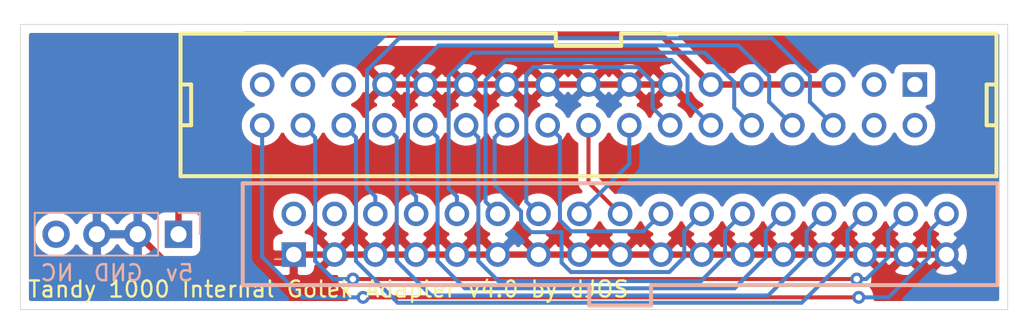
<source format=kicad_pcb>
(kicad_pcb (version 20171130) (host pcbnew "(5.1.5-0-10_14)")

  (general
    (thickness 1.6)
    (drawings 8)
    (tracks 133)
    (zones 0)
    (modules 3)
    (nets 18)
  )

  (page A4)
  (layers
    (0 F.Cu signal)
    (31 B.Cu signal)
    (32 B.Adhes user)
    (33 F.Adhes user)
    (34 B.Paste user)
    (35 F.Paste user)
    (36 B.SilkS user)
    (37 F.SilkS user)
    (38 B.Mask user)
    (39 F.Mask user)
    (40 Dwgs.User user)
    (41 Cmts.User user)
    (42 Eco1.User user)
    (43 Eco2.User user)
    (44 Edge.Cuts user)
    (45 Margin user)
    (46 B.CrtYd user)
    (47 F.CrtYd user)
    (48 B.Fab user)
    (49 F.Fab user)
  )

  (setup
    (last_trace_width 0.25)
    (user_trace_width 0.4)
    (trace_clearance 0.2)
    (zone_clearance 0.508)
    (zone_45_only no)
    (trace_min 0.2)
    (via_size 0.8)
    (via_drill 0.4)
    (via_min_size 0.4)
    (via_min_drill 0.3)
    (uvia_size 0.3)
    (uvia_drill 0.1)
    (uvias_allowed no)
    (uvia_min_size 0.2)
    (uvia_min_drill 0.1)
    (edge_width 0.05)
    (segment_width 0.2)
    (pcb_text_width 0.3)
    (pcb_text_size 1.5 1.5)
    (mod_edge_width 0.12)
    (mod_text_size 1 1)
    (mod_text_width 0.15)
    (pad_size 1.524 1.524)
    (pad_drill 0.965)
    (pad_to_mask_clearance 0.051)
    (solder_mask_min_width 0.25)
    (aux_axis_origin 0 0)
    (visible_elements 7FFFFF7F)
    (pcbplotparams
      (layerselection 0x010fc_ffffffff)
      (usegerberextensions false)
      (usegerberattributes false)
      (usegerberadvancedattributes false)
      (creategerberjobfile false)
      (excludeedgelayer true)
      (linewidth 0.100000)
      (plotframeref false)
      (viasonmask false)
      (mode 1)
      (useauxorigin false)
      (hpglpennumber 1)
      (hpglpenspeed 20)
      (hpglpendiameter 15.000000)
      (psnegative false)
      (psa4output false)
      (plotreference true)
      (plotvalue true)
      (plotinvisibletext false)
      (padsonsilk false)
      (subtractmaskfromsilk false)
      (outputformat 1)
      (mirror false)
      (drillshape 0)
      (scaleselection 1)
      (outputdirectory "Gerbers/"))
  )

  (net 0 "")
  (net 1 /SIDESELECT)
  (net 2 /RDDATA)
  (net 3 /WRPRT)
  (net 4 /GND)
  (net 5 /WEN)
  (net 6 /WRDATA)
  (net 7 /5V)
  (net 8 /STEP)
  (net 9 /DIR)
  (net 10 /MTRON)
  (net 11 /DS2)
  (net 12 /DS0)
  (net 13 /Index)
  (net 14 /TRK0)
  (net 15 /DCHG)
  (net 16 /DS1)
  (net 17 /DS3)

  (net_class Default "This is the default net class."
    (clearance 0.2)
    (trace_width 0.25)
    (via_dia 0.8)
    (via_drill 0.4)
    (uvia_dia 0.3)
    (uvia_drill 0.1)
    (add_net /5V)
    (add_net /DCHG)
    (add_net /DIR)
    (add_net /DS0)
    (add_net /DS1)
    (add_net /DS2)
    (add_net /DS3)
    (add_net /GND)
    (add_net /Index)
    (add_net /MTRON)
    (add_net /RDDATA)
    (add_net /SIDESELECT)
    (add_net /STEP)
    (add_net /TRK0)
    (add_net /WEN)
    (add_net /WRDATA)
    (add_net /WRPRT)
  )

  (net_class /5V ""
    (clearance 0.2)
    (trace_width 0.4)
    (via_dia 0.8)
    (via_drill 0.4)
    (uvia_dia 0.3)
    (uvia_drill 0.1)
  )

  (module Dereks_Parts:IDC34M (layer F.Cu) (tedit 5E75740C) (tstamp 5E4829D8)
    (at 50.6095 25.3365)
    (path /5E772735)
    (fp_text reference J1 (at 0 0) (layer F.SilkS) hide
      (effects (font (size 1.27 1.27) (thickness 0.15)))
    )
    (fp_text value Conn_02x17_Odd_Even (at 0 0) (layer F.SilkS) hide
      (effects (font (size 1.27 1.27) (thickness 0.15)))
    )
    (fp_line (start 24.79 -1.271) (end 25.4 -1.271) (layer F.SilkS) (width 0.25))
    (fp_line (start 24.79 1.271) (end 24.79 -1.271) (layer F.SilkS) (width 0.25))
    (fp_line (start 24.79 1.271) (end 25.4 1.271) (layer F.SilkS) (width 0.25))
    (fp_line (start -25.4 -1.271) (end -24.74 -1.271) (layer F.SilkS) (width 0.25))
    (fp_line (start -24.74 1.271) (end -24.74 -1.271) (layer F.SilkS) (width 0.25))
    (fp_line (start -25.4 1.271) (end -24.74 1.271) (layer F.SilkS) (width 0.25))
    (fp_line (start 2.032 -4.445) (end 25.4 -4.445) (layer F.SilkS) (width 0.25))
    (fp_line (start -25.4 -4.445) (end -2.032 -4.445) (layer F.SilkS) (width 0.25))
    (fp_line (start -25.4 4.445) (end -25.4 -4.445) (layer F.SilkS) (width 0.25))
    (fp_line (start -25.4 4.445) (end 25.4 4.445) (layer F.SilkS) (width 0.25))
    (fp_line (start 25.4 4.445) (end 25.4 -4.445) (layer F.SilkS) (width 0.25))
    (fp_line (start 2.032 -3.68) (end 2.032 -4.445) (layer F.SilkS) (width 0.25))
    (fp_line (start -2.032 -3.68) (end 2.032 -3.68) (layer F.SilkS) (width 0.25))
    (fp_line (start -2.032 -3.68) (end -2.032 -4.445) (layer F.SilkS) (width 0.25))
    (pad 34 thru_hole circle (at -20.32 1.27) (size 1.524 1.524) (drill 0.965) (layers *.Cu *.Mask)
      (net 15 /DCHG) (zone_connect 1))
    (pad 33 thru_hole circle (at -20.32 -1.27) (size 1.524 1.524) (drill 0.965) (layers *.Cu *.Mask)
      (zone_connect 1))
    (pad 32 thru_hole circle (at -17.78 1.27) (size 1.524 1.524) (drill 0.965) (layers *.Cu *.Mask)
      (net 1 /SIDESELECT) (zone_connect 1))
    (pad 31 thru_hole circle (at -17.78 -1.27) (size 1.524 1.524) (drill 0.965) (layers *.Cu *.Mask)
      (zone_connect 1))
    (pad 30 thru_hole circle (at -15.24 1.27) (size 1.524 1.524) (drill 0.965) (layers *.Cu *.Mask)
      (net 2 /RDDATA) (zone_connect 1))
    (pad 29 thru_hole circle (at -15.24 -1.27) (size 1.524 1.524) (drill 0.965) (layers *.Cu *.Mask)
      (zone_connect 1))
    (pad 28 thru_hole circle (at -12.7 1.27) (size 1.524 1.524) (drill 0.965) (layers *.Cu *.Mask)
      (net 3 /WRPRT) (zone_connect 1))
    (pad 27 thru_hole circle (at -12.7 -1.27) (size 1.524 1.524) (drill 0.965) (layers *.Cu *.Mask)
      (net 4 /GND) (zone_connect 1))
    (pad 24 thru_hole circle (at -7.62 1.27) (size 1.524 1.524) (drill 0.965) (layers *.Cu *.Mask)
      (net 5 /WEN) (zone_connect 1))
    (pad 23 thru_hole circle (at -7.62 -1.27) (size 1.524 1.524) (drill 0.965) (layers *.Cu *.Mask)
      (net 4 /GND) (zone_connect 1))
    (pad 22 thru_hole circle (at -5.08 1.27) (size 1.524 1.524) (drill 0.965) (layers *.Cu *.Mask)
      (net 6 /WRDATA) (zone_connect 1))
    (pad 21 thru_hole circle (at -5.08 -1.27) (size 1.524 1.524) (drill 0.965) (layers *.Cu *.Mask)
      (net 4 /GND) (zone_connect 1))
    (pad 1 thru_hole rect (at 20.32 -1.27) (size 1.524 1.524) (drill 0.965) (layers *.Cu *.Mask)
      (zone_connect 2))
    (pad 3 thru_hole circle (at 17.78 -1.27) (size 1.524 1.524) (drill 0.965) (layers *.Cu *.Mask)
      (zone_connect 1))
    (pad 5 thru_hole circle (at 15.24 -1.27) (size 1.524 1.524) (drill 0.965) (layers *.Cu *.Mask)
      (net 7 /5V) (zone_connect 1))
    (pad 7 thru_hole circle (at 12.7 -1.27) (size 1.524 1.524) (drill 0.965) (layers *.Cu *.Mask)
      (net 7 /5V) (zone_connect 1))
    (pad 9 thru_hole circle (at 10.16 -1.27) (size 1.524 1.524) (drill 0.965) (layers *.Cu *.Mask)
      (net 7 /5V) (zone_connect 1))
    (pad 11 thru_hole circle (at 7.62 -1.27) (size 1.524 1.524) (drill 0.965) (layers *.Cu *.Mask)
      (net 7 /5V) (zone_connect 1))
    (pad 13 thru_hole circle (at 5.08 -1.27) (size 1.524 1.524) (drill 0.965) (layers *.Cu *.Mask)
      (net 4 /GND) (zone_connect 1))
    (pad 15 thru_hole circle (at 2.54 -1.27) (size 1.524 1.524) (drill 0.965) (layers *.Cu *.Mask)
      (net 4 /GND) (zone_connect 1))
    (pad 17 thru_hole circle (at 0 -1.27) (size 1.524 1.524) (drill 0.965) (layers *.Cu *.Mask)
      (net 4 /GND) (zone_connect 1))
    (pad 19 thru_hole circle (at -2.54 -1.27) (size 1.524 1.524) (drill 0.965) (layers *.Cu *.Mask)
      (net 4 /GND) (zone_connect 1))
    (pad 20 thru_hole circle (at -2.54 1.27) (size 1.524 1.524) (drill 0.965) (layers *.Cu *.Mask)
      (net 8 /STEP) (zone_connect 1))
    (pad 18 thru_hole circle (at 0 1.27) (size 1.524 1.524) (drill 0.965) (layers *.Cu *.Mask)
      (net 9 /DIR) (zone_connect 1))
    (pad 16 thru_hole circle (at 2.54 1.27) (size 1.524 1.524) (drill 0.965) (layers *.Cu *.Mask)
      (net 10 /MTRON) (zone_connect 1))
    (pad 14 thru_hole circle (at 5.08 1.27) (size 1.524 1.524) (drill 0.965) (layers *.Cu *.Mask)
      (net 11 /DS2) (zone_connect 1))
    (pad 12 thru_hole circle (at 7.62 1.27) (size 1.524 1.524) (drill 0.965) (layers *.Cu *.Mask)
      (net 16 /DS1) (zone_connect 1))
    (pad 10 thru_hole circle (at 10.16 1.27) (size 1.524 1.524) (drill 0.965) (layers *.Cu *.Mask)
      (net 12 /DS0) (zone_connect 1))
    (pad 8 thru_hole circle (at 12.7 1.27) (size 1.524 1.524) (drill 0.965) (layers *.Cu *.Mask)
      (net 13 /Index) (zone_connect 1))
    (pad 6 thru_hole circle (at 15.24 1.27) (size 1.524 1.524) (drill 0.965) (layers *.Cu *.Mask)
      (net 17 /DS3) (zone_connect 1))
    (pad 4 thru_hole circle (at 17.78 1.27) (size 1.524 1.524) (drill 0.965) (layers *.Cu *.Mask)
      (zone_connect 1))
    (pad 2 thru_hole circle (at 20.32 1.27) (size 1.524 1.524) (drill 0.965) (layers *.Cu *.Mask)
      (zone_connect 1))
    (pad 25 thru_hole circle (at -10.16 -1.27) (size 1.524 1.524) (drill 0.965) (layers *.Cu *.Mask)
      (net 4 /GND) (zone_connect 1))
    (pad 26 thru_hole circle (at -10.16 1.27) (size 1.524 1.524) (drill 0.965) (layers *.Cu *.Mask)
      (net 14 /TRK0) (zone_connect 1))
    (model "/Volumes/DropBox/Apps/KiCad/_3D models/Con Headers/Part 1/hdr-2x17t_2.54x2.54_sh51x9.step"
      (at (xyz 0 0 0))
      (scale (xyz 1 1 1))
      (rotate (xyz 0 0 180))
    )
  )

  (module Dereks_Parts:IDC34F (layer B.Cu) (tedit 5E757427) (tstamp 5E482A06)
    (at 52.578 33.401)
    (path /5E47F9BD)
    (fp_text reference J2 (at 0 0) (layer B.SilkS) hide
      (effects (font (size 1.27 1.27) (thickness 0.15)) (justify mirror))
    )
    (fp_text value Conn_02x17_Odd_Even (at 0 0) (layer B.SilkS) hide
      (effects (font (size 1.27 1.27) (thickness 0.15)) (justify mirror))
    )
    (fp_line (start -1.927 4.445) (end 1.927 4.445) (layer B.SilkS) (width 0.25))
    (fp_line (start 1.927 3.172) (end 1.927 4.445) (layer B.SilkS) (width 0.25))
    (fp_line (start -1.927 3.172) (end -1.927 4.445) (layer B.SilkS) (width 0.25))
    (fp_line (start 23.495 -3.175) (end 23.495 3.172) (layer B.SilkS) (width 0.25))
    (fp_line (start 1.927 3.172) (end 23.495 3.172) (layer B.SilkS) (width 0.25))
    (fp_line (start -23.495 -3.175) (end 23.495 -3.175) (layer B.SilkS) (width 0.25))
    (fp_line (start -23.495 -3.175) (end -23.495 3.172) (layer B.SilkS) (width 0.25))
    (fp_line (start -23.495 3.172) (end -1.927 3.172) (layer B.SilkS) (width 0.25))
    (pad 10 thru_hole circle (at -10.16 -1.27) (size 1.524 1.524) (drill 0.965) (layers *.Cu *.Mask)
      (net 12 /DS0) (zone_connect 1))
    (pad 9 thru_hole circle (at -10.16 1.27) (size 1.524 1.524) (drill 0.965) (layers *.Cu *.Mask)
      (net 4 /GND) (zone_connect 1))
    (pad 34 thru_hole circle (at 20.32 -1.27) (size 1.524 1.524) (drill 0.965) (layers *.Cu *.Mask)
      (net 15 /DCHG) (zone_connect 1))
    (pad 32 thru_hole circle (at 17.78 -1.27) (size 1.524 1.524) (drill 0.965) (layers *.Cu *.Mask)
      (net 1 /SIDESELECT) (zone_connect 1))
    (pad 30 thru_hole circle (at 15.24 -1.27) (size 1.524 1.524) (drill 0.965) (layers *.Cu *.Mask)
      (net 2 /RDDATA) (zone_connect 1))
    (pad 28 thru_hole circle (at 12.7 -1.27) (size 1.524 1.524) (drill 0.965) (layers *.Cu *.Mask)
      (net 3 /WRPRT) (zone_connect 1))
    (pad 26 thru_hole circle (at 10.16 -1.27) (size 1.524 1.524) (drill 0.965) (layers *.Cu *.Mask)
      (net 14 /TRK0) (zone_connect 1))
    (pad 24 thru_hole circle (at 7.62 -1.27) (size 1.524 1.524) (drill 0.965) (layers *.Cu *.Mask)
      (net 5 /WEN) (zone_connect 1))
    (pad 22 thru_hole circle (at 5.08 -1.27) (size 1.524 1.524) (drill 0.965) (layers *.Cu *.Mask)
      (net 6 /WRDATA) (zone_connect 1))
    (pad 20 thru_hole circle (at 2.54 -1.27) (size 1.524 1.524) (drill 0.965) (layers *.Cu *.Mask)
      (net 8 /STEP) (zone_connect 1))
    (pad 18 thru_hole circle (at 0 -1.27) (size 1.524 1.524) (drill 0.965) (layers *.Cu *.Mask)
      (net 9 /DIR) (zone_connect 1))
    (pad 16 thru_hole circle (at -2.54 -1.27) (size 1.524 1.524) (drill 0.965) (layers *.Cu *.Mask)
      (net 10 /MTRON) (zone_connect 1))
    (pad 15 thru_hole circle (at -2.54 1.27) (size 1.524 1.524) (drill 0.965) (layers *.Cu *.Mask)
      (net 4 /GND) (zone_connect 1))
    (pad 17 thru_hole circle (at 0 1.27) (size 1.524 1.524) (drill 0.965) (layers *.Cu *.Mask)
      (net 4 /GND) (zone_connect 1))
    (pad 19 thru_hole circle (at 2.54 1.27) (size 1.524 1.524) (drill 0.965) (layers *.Cu *.Mask)
      (net 4 /GND) (zone_connect 1))
    (pad 21 thru_hole circle (at 5.08 1.27) (size 1.524 1.524) (drill 0.965) (layers *.Cu *.Mask)
      (net 4 /GND) (zone_connect 1))
    (pad 23 thru_hole circle (at 7.62 1.27) (size 1.524 1.524) (drill 0.965) (layers *.Cu *.Mask)
      (net 4 /GND) (zone_connect 1))
    (pad 25 thru_hole circle (at 10.16 1.27) (size 1.524 1.524) (drill 0.965) (layers *.Cu *.Mask)
      (net 4 /GND) (zone_connect 1))
    (pad 27 thru_hole circle (at 12.7 1.27) (size 1.524 1.524) (drill 0.965) (layers *.Cu *.Mask)
      (net 4 /GND) (zone_connect 1))
    (pad 29 thru_hole circle (at 15.24 1.27) (size 1.524 1.524) (drill 0.965) (layers *.Cu *.Mask)
      (net 4 /GND) (zone_connect 1))
    (pad 31 thru_hole circle (at 17.78 1.27) (size 1.524 1.524) (drill 0.965) (layers *.Cu *.Mask)
      (net 4 /GND) (zone_connect 1))
    (pad 33 thru_hole circle (at 20.32 1.27) (size 1.524 1.524) (drill 0.965) (layers *.Cu *.Mask)
      (net 4 /GND) (zone_connect 1))
    (pad 13 thru_hole circle (at -5.08 1.27) (size 1.524 1.524) (drill 0.965) (layers *.Cu *.Mask)
      (net 4 /GND) (zone_connect 1))
    (pad 14 thru_hole circle (at -5.08 -1.27) (size 1.524 1.524) (drill 0.965) (layers *.Cu *.Mask)
      (net 11 /DS2) (zone_connect 1))
    (pad 11 thru_hole circle (at -7.62 1.27) (size 1.524 1.524) (drill 0.965) (layers *.Cu *.Mask)
      (net 4 /GND) (zone_connect 1))
    (pad 12 thru_hole circle (at -7.62 -1.27) (size 1.524 1.524) (drill 0.965) (layers *.Cu *.Mask)
      (net 16 /DS1) (zone_connect 1))
    (pad 7 thru_hole circle (at -12.7 1.27) (size 1.524 1.524) (drill 0.965) (layers *.Cu *.Mask)
      (net 4 /GND) (zone_connect 1))
    (pad 8 thru_hole circle (at -12.7 -1.27) (size 1.524 1.524) (drill 0.965) (layers *.Cu *.Mask)
      (net 13 /Index) (zone_connect 1))
    (pad 5 thru_hole circle (at -15.24 1.27) (size 1.524 1.524) (drill 0.965) (layers *.Cu *.Mask)
      (net 4 /GND) (zone_connect 1))
    (pad 6 thru_hole circle (at -15.24 -1.27) (size 1.524 1.524) (drill 0.965) (layers *.Cu *.Mask)
      (net 17 /DS3) (zone_connect 1))
    (pad 3 thru_hole circle (at -17.78 1.27) (size 1.524 1.524) (drill 0.965) (layers *.Cu *.Mask)
      (net 4 /GND) (zone_connect 1))
    (pad 4 thru_hole circle (at -17.78 -1.27) (size 1.524 1.524) (drill 0.965) (layers *.Cu *.Mask)
      (zone_connect 1))
    (pad 1 thru_hole rect (at -20.32 1.27) (size 1.524 1.524) (drill 0.965) (layers *.Cu *.Mask)
      (net 4 /GND) (zone_connect 1))
    (pad 2 thru_hole circle (at -20.32 -1.27) (size 1.524 1.524) (drill 0.965) (layers *.Cu *.Mask)
      (zone_connect 1))
    (model ${USER_3D_MODELS}/HIF3FB-34DA-2.54DSA.stp
      (offset (xyz -11.5 0 3))
      (scale (xyz 1 1 1))
      (rotate (xyz 0 180 180))
    )
  )

  (module Connector_PinSocket_2.54mm:PinSocket_1x04_P2.54mm_Vertical (layer B.Cu) (tedit 5A19A429) (tstamp 5E4D5824)
    (at 25.0825 33.401 90)
    (descr "Through hole straight socket strip, 1x04, 2.54mm pitch, single row (from Kicad 4.0.7), script generated")
    (tags "Through hole socket strip THT 1x04 2.54mm single row")
    (path /5E539838)
    (fp_text reference J3 (at 0 2.77 -90) (layer B.SilkS) hide
      (effects (font (size 1 1) (thickness 0.15)) (justify mirror))
    )
    (fp_text value Conn_01x04_Female (at 0 -10.39 -90) (layer B.Fab) hide
      (effects (font (size 1 1) (thickness 0.15)) (justify mirror))
    )
    (fp_text user %R (at 0 -3.81) (layer B.Fab)
      (effects (font (size 1 1) (thickness 0.15)) (justify mirror))
    )
    (fp_line (start -1.8 -9.4) (end -1.8 1.8) (layer B.CrtYd) (width 0.05))
    (fp_line (start 1.75 -9.4) (end -1.8 -9.4) (layer B.CrtYd) (width 0.05))
    (fp_line (start 1.75 1.8) (end 1.75 -9.4) (layer B.CrtYd) (width 0.05))
    (fp_line (start -1.8 1.8) (end 1.75 1.8) (layer B.CrtYd) (width 0.05))
    (fp_line (start 0 1.33) (end 1.33 1.33) (layer B.SilkS) (width 0.12))
    (fp_line (start 1.33 1.33) (end 1.33 0) (layer B.SilkS) (width 0.12))
    (fp_line (start 1.33 -1.27) (end 1.33 -8.95) (layer B.SilkS) (width 0.12))
    (fp_line (start -1.33 -8.95) (end 1.33 -8.95) (layer B.SilkS) (width 0.12))
    (fp_line (start -1.33 -1.27) (end -1.33 -8.95) (layer B.SilkS) (width 0.12))
    (fp_line (start -1.33 -1.27) (end 1.33 -1.27) (layer B.SilkS) (width 0.12))
    (fp_line (start -1.27 -8.89) (end -1.27 1.27) (layer B.Fab) (width 0.1))
    (fp_line (start 1.27 -8.89) (end -1.27 -8.89) (layer B.Fab) (width 0.1))
    (fp_line (start 1.27 0.635) (end 1.27 -8.89) (layer B.Fab) (width 0.1))
    (fp_line (start 0.635 1.27) (end 1.27 0.635) (layer B.Fab) (width 0.1))
    (fp_line (start -1.27 1.27) (end 0.635 1.27) (layer B.Fab) (width 0.1))
    (pad 4 thru_hole oval (at 0 -7.62 90) (size 1.7 1.7) (drill 1) (layers *.Cu *.Mask))
    (pad 3 thru_hole oval (at 0 -5.08 90) (size 1.7 1.7) (drill 1) (layers *.Cu *.Mask)
      (net 4 /GND))
    (pad 2 thru_hole oval (at 0 -2.54 90) (size 1.7 1.7) (drill 1) (layers *.Cu *.Mask)
      (net 4 /GND))
    (pad 1 thru_hole rect (at 0 0 90) (size 1.7 1.7) (drill 1) (layers *.Cu *.Mask)
      (net 7 /5V))
    (model ${KISYS3DMOD}/Connector_PinSocket_2.54mm.3dshapes/PinSocket_1x04_P2.54mm_Vertical.wrl
      (at (xyz 0 0 0))
      (scale (xyz 1 1 1))
      (rotate (xyz 0 0 0))
    )
  )

  (gr_text "Tandy 1000 Internal Gotek Adapter v4.0 by dJOS\n" (at 34.417 36.83) (layer F.SilkS)
    (effects (font (size 1 1) (thickness 0.15)))
  )
  (gr_text "NC\n" (at 17.526 35.814) (layer B.SilkS)
    (effects (font (size 1 1) (thickness 0.15)) (justify mirror))
  )
  (gr_text GND (at 21.336 35.814) (layer B.SilkS)
    (effects (font (size 1 1) (thickness 0.15)) (justify mirror))
  )
  (gr_text 5v (at 25.146 35.814) (layer B.SilkS)
    (effects (font (size 1 1) (thickness 0.15)) (justify mirror))
  )
  (gr_line (start 15.24 20.32) (end 76.708 20.32) (layer Edge.Cuts) (width 0.05) (tstamp 5E49DCC0))
  (gr_line (start 15.24 38.1) (end 15.24 20.32) (layer Edge.Cuts) (width 0.05))
  (gr_line (start 76.708 38.1) (end 15.24 38.1) (layer Edge.Cuts) (width 0.05))
  (gr_line (start 76.708 20.32) (end 76.708 38.1) (layer Edge.Cuts) (width 0.05))

  (segment (start 33.591499 35.073261) (end 34.713238 36.195) (width 0.25) (layer B.Cu) (net 1))
  (via (at 35.941 36.195) (size 0.8) (drill 0.4) (layers F.Cu B.Cu) (net 1))
  (segment (start 34.713238 36.195) (end 35.941 36.195) (width 0.25) (layer B.Cu) (net 1))
  (segment (start 33.591499 27.368499) (end 33.591499 35.073261) (width 0.25) (layer B.Cu) (net 1))
  (segment (start 32.8295 26.6065) (end 33.591499 27.368499) (width 0.25) (layer B.Cu) (net 1))
  (via (at 67.31 36.195) (size 0.8) (drill 0.4) (layers F.Cu B.Cu) (net 1))
  (segment (start 35.941 36.195) (end 67.31 36.195) (width 0.25) (layer F.Cu) (net 1))
  (segment (start 69.596001 32.892999) (end 70.358 32.131) (width 0.25) (layer B.Cu) (net 1))
  (segment (start 69.270999 33.218001) (end 69.596001 32.892999) (width 0.25) (layer B.Cu) (net 1))
  (segment (start 69.270999 34.826763) (end 69.270999 33.218001) (width 0.25) (layer B.Cu) (net 1))
  (segment (start 67.902762 36.195) (end 69.270999 34.826763) (width 0.25) (layer B.Cu) (net 1))
  (segment (start 67.31 36.195) (end 67.902762 36.195) (width 0.25) (layer B.Cu) (net 1))
  (segment (start 66.730999 33.218001) (end 67.056001 32.892999) (width 0.25) (layer B.Cu) (net 2))
  (segment (start 66.730999 34.826763) (end 66.730999 33.218001) (width 0.25) (layer B.Cu) (net 2))
  (segment (start 63.885732 37.67203) (end 66.730999 34.826763) (width 0.25) (layer B.Cu) (net 2))
  (segment (start 38.730268 37.67203) (end 63.885732 37.67203) (width 0.25) (layer B.Cu) (net 2))
  (segment (start 36.131499 35.073261) (end 38.730268 37.67203) (width 0.25) (layer B.Cu) (net 2))
  (segment (start 36.131499 27.368499) (end 36.131499 35.073261) (width 0.25) (layer B.Cu) (net 2))
  (segment (start 67.056001 32.892999) (end 67.818 32.131) (width 0.25) (layer B.Cu) (net 2))
  (segment (start 35.3695 26.6065) (end 36.131499 27.368499) (width 0.25) (layer B.Cu) (net 2))
  (segment (start 64.516001 32.892999) (end 65.278 32.131) (width 0.25) (layer B.Cu) (net 3))
  (segment (start 64.190999 34.826763) (end 64.190999 33.218001) (width 0.25) (layer B.Cu) (net 3))
  (segment (start 61.795742 37.22202) (end 64.190999 34.826763) (width 0.25) (layer B.Cu) (net 3))
  (segment (start 40.820258 37.22202) (end 61.795742 37.22202) (width 0.25) (layer B.Cu) (net 3))
  (segment (start 64.190999 33.218001) (end 64.516001 32.892999) (width 0.25) (layer B.Cu) (net 3))
  (segment (start 38.671499 35.073261) (end 40.820258 37.22202) (width 0.25) (layer B.Cu) (net 3))
  (segment (start 38.671499 27.368499) (end 38.671499 35.073261) (width 0.25) (layer B.Cu) (net 3))
  (segment (start 37.9095 26.6065) (end 38.671499 27.368499) (width 0.25) (layer B.Cu) (net 3))
  (segment (start 20.0025 33.401) (end 22.5425 33.401) (width 0.4) (layer F.Cu) (net 4))
  (segment (start 32.258 34.671) (end 72.898 34.671) (width 0.4) (layer F.Cu) (net 4))
  (segment (start 31.75 35.179) (end 32.258 34.671) (width 0.4) (layer F.Cu) (net 4))
  (segment (start 24.3205 35.179) (end 31.75 35.179) (width 0.4) (layer F.Cu) (net 4))
  (segment (start 22.5425 33.401) (end 24.3205 35.179) (width 0.4) (layer F.Cu) (net 4))
  (segment (start 55.6895 24.0665) (end 37.9095 24.0665) (width 0.4) (layer F.Cu) (net 4))
  (segment (start 29.845 34.671) (end 32.258 34.671) (width 0.4) (layer F.Cu) (net 4))
  (segment (start 37.9095 24.0665) (end 35.687 21.844) (width 0.4) (layer F.Cu) (net 4))
  (segment (start 26.035 30.861) (end 29.845 34.671) (width 0.4) (layer F.Cu) (net 4))
  (segment (start 26.035 25.4) (end 26.035 30.861) (width 0.4) (layer F.Cu) (net 4))
  (segment (start 35.687 21.844) (end 29.591 21.844) (width 0.4) (layer F.Cu) (net 4))
  (segment (start 29.591 21.844) (end 26.035 25.4) (width 0.4) (layer F.Cu) (net 4))
  (segment (start 59.436001 32.892999) (end 60.198 32.131) (width 0.25) (layer B.Cu) (net 5))
  (segment (start 59.110999 33.218001) (end 59.436001 32.892999) (width 0.25) (layer B.Cu) (net 5))
  (segment (start 59.110999 34.826763) (end 59.110999 33.218001) (width 0.25) (layer B.Cu) (net 5))
  (segment (start 45.000238 36.322) (end 57.615762 36.322) (width 0.25) (layer B.Cu) (net 5))
  (segment (start 43.751499 35.073261) (end 45.000238 36.322) (width 0.25) (layer B.Cu) (net 5))
  (segment (start 43.751499 27.368499) (end 43.751499 35.073261) (width 0.25) (layer B.Cu) (net 5))
  (segment (start 57.615762 36.322) (end 59.110999 34.826763) (width 0.25) (layer B.Cu) (net 5))
  (segment (start 42.9895 26.6065) (end 43.751499 27.368499) (width 0.25) (layer B.Cu) (net 5))
  (segment (start 56.570999 34.826763) (end 56.570999 33.218001) (width 0.25) (layer B.Cu) (net 6))
  (segment (start 49.516239 35.758001) (end 55.639761 35.758001) (width 0.25) (layer B.Cu) (net 6))
  (segment (start 48.935828 35.17759) (end 49.516239 35.758001) (width 0.25) (layer B.Cu) (net 6))
  (segment (start 47.032238 33.274) (end 48.935828 33.274) (width 0.25) (layer B.Cu) (net 6))
  (segment (start 55.639761 35.758001) (end 56.570999 34.826763) (width 0.25) (layer B.Cu) (net 6))
  (segment (start 46.410999 32.652761) (end 47.032238 33.274) (width 0.25) (layer B.Cu) (net 6))
  (segment (start 46.410999 31.975237) (end 46.410999 32.652761) (width 0.25) (layer B.Cu) (net 6))
  (segment (start 56.570999 33.218001) (end 56.896001 32.892999) (width 0.25) (layer B.Cu) (net 6))
  (segment (start 48.935828 33.274) (end 48.935828 35.17759) (width 0.25) (layer B.Cu) (net 6))
  (segment (start 44.767501 30.331739) (end 46.410999 31.975237) (width 0.25) (layer B.Cu) (net 6))
  (segment (start 44.767501 27.368499) (end 44.767501 30.331739) (width 0.25) (layer B.Cu) (net 6))
  (segment (start 56.896001 32.892999) (end 57.658 32.131) (width 0.25) (layer B.Cu) (net 6))
  (segment (start 45.5295 26.6065) (end 44.767501 27.368499) (width 0.25) (layer B.Cu) (net 6))
  (segment (start 65.8495 24.0665) (end 58.2295 24.0665) (width 0.4) (layer F.Cu) (net 7))
  (segment (start 25.0825 25.0825) (end 25.0825 33.401) (width 0.4) (layer F.Cu) (net 7))
  (segment (start 29.21 20.955) (end 25.0825 25.0825) (width 0.4) (layer F.Cu) (net 7))
  (segment (start 55.118 20.955) (end 29.21 20.955) (width 0.4) (layer F.Cu) (net 7))
  (segment (start 58.2295 24.0665) (end 55.118 20.955) (width 0.4) (layer F.Cu) (net 7))
  (segment (start 54.030999 33.218001) (end 54.356001 32.892999) (width 0.25) (layer B.Cu) (net 8))
  (segment (start 49.516239 33.218001) (end 54.030999 33.218001) (width 0.25) (layer B.Cu) (net 8))
  (segment (start 48.831499 32.533261) (end 49.516239 33.218001) (width 0.25) (layer B.Cu) (net 8))
  (segment (start 48.831499 27.368499) (end 48.831499 32.533261) (width 0.25) (layer B.Cu) (net 8))
  (segment (start 54.356001 32.892999) (end 55.118 32.131) (width 0.25) (layer B.Cu) (net 8))
  (segment (start 48.0695 26.6065) (end 48.831499 27.368499) (width 0.25) (layer B.Cu) (net 8))
  (segment (start 50.6095 30.1625) (end 52.578 32.131) (width 0.25) (layer F.Cu) (net 9))
  (segment (start 50.6095 26.6065) (end 50.6095 30.1625) (width 0.25) (layer F.Cu) (net 9))
  (segment (start 53.1495 29.0195) (end 50.038 32.131) (width 0.25) (layer B.Cu) (net 10))
  (segment (start 53.1495 26.6065) (end 53.1495 29.0195) (width 0.25) (layer B.Cu) (net 10))
  (segment (start 46.736001 23.425239) (end 46.736001 31.369001) (width 0.25) (layer B.Cu) (net 11))
  (segment (start 47.181741 22.979499) (end 46.736001 23.425239) (width 0.25) (layer B.Cu) (net 11))
  (segment (start 53.671261 22.979499) (end 47.181741 22.979499) (width 0.25) (layer B.Cu) (net 11))
  (segment (start 54.602499 23.910737) (end 53.671261 22.979499) (width 0.25) (layer B.Cu) (net 11))
  (segment (start 54.602499 25.519499) (end 54.602499 23.910737) (width 0.25) (layer B.Cu) (net 11))
  (segment (start 46.736001 31.369001) (end 47.498 32.131) (width 0.25) (layer B.Cu) (net 11))
  (segment (start 55.6895 26.6065) (end 54.602499 25.519499) (width 0.25) (layer B.Cu) (net 11))
  (segment (start 42.418 31.05337) (end 42.418 32.131) (width 0.25) (layer B.Cu) (net 12))
  (segment (start 41.902499 30.537869) (end 42.418 31.05337) (width 0.25) (layer B.Cu) (net 12))
  (segment (start 41.902499 23.544739) (end 41.902499 30.537869) (width 0.25) (layer B.Cu) (net 12))
  (segment (start 57.851241 22.079479) (end 43.367759 22.079479) (width 0.25) (layer B.Cu) (net 12))
  (segment (start 59.682499 23.910737) (end 57.851241 22.079479) (width 0.25) (layer B.Cu) (net 12))
  (segment (start 59.682499 25.519499) (end 59.682499 23.910737) (width 0.25) (layer B.Cu) (net 12))
  (segment (start 43.367759 22.079479) (end 41.902499 23.544739) (width 0.25) (layer B.Cu) (net 12))
  (segment (start 60.7695 26.6065) (end 59.682499 25.519499) (width 0.25) (layer B.Cu) (net 12))
  (segment (start 39.878 31.05337) (end 39.878 32.131) (width 0.25) (layer B.Cu) (net 13))
  (segment (start 39.362499 30.537869) (end 39.878 31.05337) (width 0.25) (layer B.Cu) (net 13))
  (segment (start 39.362499 23.544739) (end 39.362499 30.537869) (width 0.25) (layer B.Cu) (net 13))
  (segment (start 41.277769 21.629469) (end 39.362499 23.544739) (width 0.25) (layer B.Cu) (net 13))
  (segment (start 59.941231 21.629469) (end 41.277769 21.629469) (width 0.25) (layer B.Cu) (net 13))
  (segment (start 61.856501 23.544739) (end 59.941231 21.629469) (width 0.25) (layer B.Cu) (net 13))
  (segment (start 61.856501 25.153501) (end 61.856501 23.544739) (width 0.25) (layer B.Cu) (net 13))
  (segment (start 63.3095 26.6065) (end 61.856501 25.153501) (width 0.25) (layer B.Cu) (net 13))
  (segment (start 61.976001 32.892999) (end 62.738 32.131) (width 0.25) (layer B.Cu) (net 14))
  (segment (start 61.650999 33.218001) (end 61.976001 32.892999) (width 0.25) (layer B.Cu) (net 14))
  (segment (start 59.705752 36.77201) (end 61.650999 34.826763) (width 0.25) (layer B.Cu) (net 14))
  (segment (start 42.910248 36.77201) (end 59.705752 36.77201) (width 0.25) (layer B.Cu) (net 14))
  (segment (start 41.211499 35.073261) (end 42.910248 36.77201) (width 0.25) (layer B.Cu) (net 14))
  (segment (start 61.650999 34.826763) (end 61.650999 33.218001) (width 0.25) (layer B.Cu) (net 14))
  (segment (start 41.211499 27.368499) (end 41.211499 35.073261) (width 0.25) (layer B.Cu) (net 14))
  (segment (start 40.4495 26.6065) (end 41.211499 27.368499) (width 0.25) (layer B.Cu) (net 14))
  (via (at 36.576 37.338) (size 0.8) (drill 0.4) (layers F.Cu B.Cu) (net 15))
  (segment (start 32.815998 37.338) (end 36.576 37.338) (width 0.25) (layer B.Cu) (net 15))
  (segment (start 30.2895 34.811502) (end 32.815998 37.338) (width 0.25) (layer B.Cu) (net 15))
  (segment (start 30.2895 26.6065) (end 30.2895 34.811502) (width 0.25) (layer B.Cu) (net 15))
  (via (at 67.437 37.338) (size 0.8) (drill 0.4) (layers F.Cu B.Cu) (net 15))
  (segment (start 36.576 37.338) (end 67.437 37.338) (width 0.25) (layer F.Cu) (net 15))
  (segment (start 71.810999 33.218001) (end 72.136001 32.892999) (width 0.25) (layer B.Cu) (net 15))
  (segment (start 72.136001 32.892999) (end 72.898 32.131) (width 0.25) (layer B.Cu) (net 15))
  (segment (start 71.810999 34.826763) (end 71.810999 33.218001) (width 0.25) (layer B.Cu) (net 15))
  (segment (start 69.299762 37.338) (end 71.810999 34.826763) (width 0.25) (layer B.Cu) (net 15))
  (segment (start 67.437 37.338) (end 69.299762 37.338) (width 0.25) (layer B.Cu) (net 15))
  (segment (start 44.201509 31.374509) (end 44.958 32.131) (width 0.25) (layer B.Cu) (net 16))
  (segment (start 44.201509 23.785729) (end 44.201509 31.374509) (width 0.25) (layer B.Cu) (net 16))
  (segment (start 55.761251 22.529489) (end 45.457749 22.529489) (width 0.25) (layer B.Cu) (net 16))
  (segment (start 56.776501 23.544739) (end 55.761251 22.529489) (width 0.25) (layer B.Cu) (net 16))
  (segment (start 56.776501 25.153501) (end 56.776501 23.544739) (width 0.25) (layer B.Cu) (net 16))
  (segment (start 45.457749 22.529489) (end 44.201509 23.785729) (width 0.25) (layer B.Cu) (net 16))
  (segment (start 58.2295 26.6065) (end 56.776501 25.153501) (width 0.25) (layer B.Cu) (net 16))
  (segment (start 37.338 31.05337) (end 37.338 32.131) (width 0.25) (layer B.Cu) (net 17))
  (segment (start 36.822499 23.178741) (end 36.822499 30.537869) (width 0.25) (layer B.Cu) (net 17))
  (segment (start 36.822499 30.537869) (end 37.338 31.05337) (width 0.25) (layer B.Cu) (net 17))
  (segment (start 38.821781 21.179459) (end 36.822499 23.178741) (width 0.25) (layer B.Cu) (net 17))
  (segment (start 62.031221 21.179459) (end 38.821781 21.179459) (width 0.25) (layer B.Cu) (net 17))
  (segment (start 64.396501 23.544739) (end 62.031221 21.179459) (width 0.25) (layer B.Cu) (net 17))
  (segment (start 64.396501 25.153501) (end 64.396501 23.544739) (width 0.25) (layer B.Cu) (net 17))
  (segment (start 65.8495 26.6065) (end 64.396501 25.153501) (width 0.25) (layer B.Cu) (net 17))

  (zone (net 4) (net_name /GND) (layer B.Cu) (tstamp 0) (hatch edge 0.508)
    (connect_pads (clearance 0.508))
    (min_thickness 0.254)
    (fill yes (arc_segments 32) (thermal_gap 0.508) (thermal_bridge_width 0.508))
    (polygon
      (pts
        (xy 77.216 38.608) (xy 14.605 38.608) (xy 14.605 19.558) (xy 77.216 19.558)
      )
    )
    (filled_polygon
      (pts
        (xy 36.311502 22.614937) (xy 36.282498 22.63874) (xy 36.249889 22.678475) (xy 36.187525 22.754465) (xy 36.165465 22.795736)
        (xy 36.117236 22.885965) (xy 36.031227 22.828495) (xy 35.77699 22.723186) (xy 35.507092 22.6695) (xy 35.231908 22.6695)
        (xy 34.96201 22.723186) (xy 34.707773 22.828495) (xy 34.478965 22.98138) (xy 34.28438 23.175965) (xy 34.131495 23.404773)
        (xy 34.0995 23.482015) (xy 34.067505 23.404773) (xy 33.91462 23.175965) (xy 33.720035 22.98138) (xy 33.491227 22.828495)
        (xy 33.23699 22.723186) (xy 32.967092 22.6695) (xy 32.691908 22.6695) (xy 32.42201 22.723186) (xy 32.167773 22.828495)
        (xy 31.938965 22.98138) (xy 31.74438 23.175965) (xy 31.591495 23.404773) (xy 31.5595 23.482015) (xy 31.527505 23.404773)
        (xy 31.37462 23.175965) (xy 31.180035 22.98138) (xy 30.951227 22.828495) (xy 30.69699 22.723186) (xy 30.427092 22.6695)
        (xy 30.151908 22.6695) (xy 29.88201 22.723186) (xy 29.627773 22.828495) (xy 29.398965 22.98138) (xy 29.20438 23.175965)
        (xy 29.051495 23.404773) (xy 28.946186 23.65901) (xy 28.8925 23.928908) (xy 28.8925 24.204092) (xy 28.946186 24.47399)
        (xy 29.051495 24.728227) (xy 29.20438 24.957035) (xy 29.398965 25.15162) (xy 29.627773 25.304505) (xy 29.705015 25.3365)
        (xy 29.627773 25.368495) (xy 29.398965 25.52138) (xy 29.20438 25.715965) (xy 29.051495 25.944773) (xy 28.946186 26.19901)
        (xy 28.8925 26.468908) (xy 28.8925 26.744092) (xy 28.946186 27.01399) (xy 29.051495 27.268227) (xy 29.20438 27.497035)
        (xy 29.398965 27.69162) (xy 29.5295 27.778841) (xy 29.529501 34.77417) (xy 29.525824 34.811502) (xy 29.529501 34.848835)
        (xy 29.533162 34.886) (xy 29.540498 34.960487) (xy 29.583954 35.103748) (xy 29.654526 35.235778) (xy 29.689009 35.277795)
        (xy 29.7495 35.351503) (xy 29.778498 35.375301) (xy 31.843196 37.44) (xy 15.9 37.44) (xy 15.9 33.25474)
        (xy 15.9775 33.25474) (xy 15.9775 33.54726) (xy 16.034568 33.834158) (xy 16.14651 34.104411) (xy 16.309025 34.347632)
        (xy 16.515868 34.554475) (xy 16.759089 34.71699) (xy 17.029342 34.828932) (xy 17.31624 34.886) (xy 17.60876 34.886)
        (xy 17.895658 34.828932) (xy 18.165911 34.71699) (xy 18.409132 34.554475) (xy 18.615975 34.347632) (xy 18.737695 34.165466)
        (xy 18.807322 34.282355) (xy 19.002231 34.498588) (xy 19.23558 34.672641) (xy 19.498401 34.797825) (xy 19.64561 34.842476)
        (xy 19.8755 34.721155) (xy 19.8755 33.528) (xy 20.1295 33.528) (xy 20.1295 34.721155) (xy 20.35939 34.842476)
        (xy 20.506599 34.797825) (xy 20.76942 34.672641) (xy 21.002769 34.498588) (xy 21.197678 34.282355) (xy 21.2725 34.156745)
        (xy 21.347322 34.282355) (xy 21.542231 34.498588) (xy 21.77558 34.672641) (xy 22.038401 34.797825) (xy 22.18561 34.842476)
        (xy 22.4155 34.721155) (xy 22.4155 33.528) (xy 20.1295 33.528) (xy 19.8755 33.528) (xy 19.8555 33.528)
        (xy 19.8555 33.274) (xy 19.8755 33.274) (xy 19.8755 32.080845) (xy 20.1295 32.080845) (xy 20.1295 33.274)
        (xy 22.4155 33.274) (xy 22.4155 32.080845) (xy 22.6695 32.080845) (xy 22.6695 33.274) (xy 22.6895 33.274)
        (xy 22.6895 33.528) (xy 22.6695 33.528) (xy 22.6695 34.721155) (xy 22.89939 34.842476) (xy 23.046599 34.797825)
        (xy 23.30942 34.672641) (xy 23.542769 34.498588) (xy 23.618534 34.414534) (xy 23.642998 34.49518) (xy 23.701963 34.605494)
        (xy 23.781315 34.702185) (xy 23.878006 34.781537) (xy 23.98832 34.840502) (xy 24.108018 34.876812) (xy 24.2325 34.889072)
        (xy 25.9325 34.889072) (xy 26.056982 34.876812) (xy 26.17668 34.840502) (xy 26.286994 34.781537) (xy 26.383685 34.702185)
        (xy 26.463037 34.605494) (xy 26.522002 34.49518) (xy 26.558312 34.375482) (xy 26.570572 34.251) (xy 26.570572 32.551)
        (xy 26.558312 32.426518) (xy 26.522002 32.30682) (xy 26.463037 32.196506) (xy 26.383685 32.099815) (xy 26.286994 32.020463)
        (xy 26.17668 31.961498) (xy 26.056982 31.925188) (xy 25.9325 31.912928) (xy 24.2325 31.912928) (xy 24.108018 31.925188)
        (xy 23.98832 31.961498) (xy 23.878006 32.020463) (xy 23.781315 32.099815) (xy 23.701963 32.196506) (xy 23.642998 32.30682)
        (xy 23.618534 32.387466) (xy 23.542769 32.303412) (xy 23.30942 32.129359) (xy 23.046599 32.004175) (xy 22.89939 31.959524)
        (xy 22.6695 32.080845) (xy 22.4155 32.080845) (xy 22.18561 31.959524) (xy 22.038401 32.004175) (xy 21.77558 32.129359)
        (xy 21.542231 32.303412) (xy 21.347322 32.519645) (xy 21.2725 32.645255) (xy 21.197678 32.519645) (xy 21.002769 32.303412)
        (xy 20.76942 32.129359) (xy 20.506599 32.004175) (xy 20.35939 31.959524) (xy 20.1295 32.080845) (xy 19.8755 32.080845)
        (xy 19.64561 31.959524) (xy 19.498401 32.004175) (xy 19.23558 32.129359) (xy 19.002231 32.303412) (xy 18.807322 32.519645)
        (xy 18.737695 32.636534) (xy 18.615975 32.454368) (xy 18.409132 32.247525) (xy 18.165911 32.08501) (xy 17.895658 31.973068)
        (xy 17.60876 31.916) (xy 17.31624 31.916) (xy 17.029342 31.973068) (xy 16.759089 32.08501) (xy 16.515868 32.247525)
        (xy 16.309025 32.454368) (xy 16.14651 32.697589) (xy 16.034568 32.967842) (xy 15.9775 33.25474) (xy 15.9 33.25474)
        (xy 15.9 20.98) (xy 37.946438 20.98)
      )
    )
    (filled_polygon
      (pts
        (xy 76.048001 37.44) (xy 70.272563 37.44) (xy 71.977609 35.734955) (xy 71.995631 35.752977) (xy 72.112041 35.636567)
        (xy 72.17902 35.876656) (xy 72.428048 35.993756) (xy 72.695135 36.060023) (xy 72.970017 36.07291) (xy 73.242133 36.031922)
        (xy 73.501023 35.938636) (xy 73.61698 35.876656) (xy 73.68396 35.636565) (xy 72.898 34.850605) (xy 72.883858 34.864748)
        (xy 72.704253 34.685143) (xy 72.718395 34.671) (xy 73.077605 34.671) (xy 73.863565 35.45696) (xy 74.103656 35.38998)
        (xy 74.220756 35.140952) (xy 74.287023 34.873865) (xy 74.29991 34.598983) (xy 74.258922 34.326867) (xy 74.165636 34.067977)
        (xy 74.103656 33.95202) (xy 73.863565 33.88504) (xy 73.077605 34.671) (xy 72.718395 34.671) (xy 72.704253 34.656858)
        (xy 72.883858 34.477253) (xy 72.898 34.491395) (xy 73.68396 33.705435) (xy 73.61698 33.465344) (xy 73.48124 33.401515)
        (xy 73.559727 33.369005) (xy 73.788535 33.21612) (xy 73.98312 33.021535) (xy 74.136005 32.792727) (xy 74.241314 32.53849)
        (xy 74.295 32.268592) (xy 74.295 31.993408) (xy 74.241314 31.72351) (xy 74.136005 31.469273) (xy 73.98312 31.240465)
        (xy 73.788535 31.04588) (xy 73.559727 30.892995) (xy 73.30549 30.787686) (xy 73.035592 30.734) (xy 72.760408 30.734)
        (xy 72.49051 30.787686) (xy 72.236273 30.892995) (xy 72.007465 31.04588) (xy 71.81288 31.240465) (xy 71.659995 31.469273)
        (xy 71.628 31.546515) (xy 71.596005 31.469273) (xy 71.44312 31.240465) (xy 71.248535 31.04588) (xy 71.019727 30.892995)
        (xy 70.76549 30.787686) (xy 70.495592 30.734) (xy 70.220408 30.734) (xy 69.95051 30.787686) (xy 69.696273 30.892995)
        (xy 69.467465 31.04588) (xy 69.27288 31.240465) (xy 69.119995 31.469273) (xy 69.088 31.546515) (xy 69.056005 31.469273)
        (xy 68.90312 31.240465) (xy 68.708535 31.04588) (xy 68.479727 30.892995) (xy 68.22549 30.787686) (xy 67.955592 30.734)
        (xy 67.680408 30.734) (xy 67.41051 30.787686) (xy 67.156273 30.892995) (xy 66.927465 31.04588) (xy 66.73288 31.240465)
        (xy 66.579995 31.469273) (xy 66.548 31.546515) (xy 66.516005 31.469273) (xy 66.36312 31.240465) (xy 66.168535 31.04588)
        (xy 65.939727 30.892995) (xy 65.68549 30.787686) (xy 65.415592 30.734) (xy 65.140408 30.734) (xy 64.87051 30.787686)
        (xy 64.616273 30.892995) (xy 64.387465 31.04588) (xy 64.19288 31.240465) (xy 64.039995 31.469273) (xy 64.008 31.546515)
        (xy 63.976005 31.469273) (xy 63.82312 31.240465) (xy 63.628535 31.04588) (xy 63.399727 30.892995) (xy 63.14549 30.787686)
        (xy 62.875592 30.734) (xy 62.600408 30.734) (xy 62.33051 30.787686) (xy 62.076273 30.892995) (xy 61.847465 31.04588)
        (xy 61.65288 31.240465) (xy 61.499995 31.469273) (xy 61.468 31.546515) (xy 61.436005 31.469273) (xy 61.28312 31.240465)
        (xy 61.088535 31.04588) (xy 60.859727 30.892995) (xy 60.60549 30.787686) (xy 60.335592 30.734) (xy 60.060408 30.734)
        (xy 59.79051 30.787686) (xy 59.536273 30.892995) (xy 59.307465 31.04588) (xy 59.11288 31.240465) (xy 58.959995 31.469273)
        (xy 58.928 31.546515) (xy 58.896005 31.469273) (xy 58.74312 31.240465) (xy 58.548535 31.04588) (xy 58.319727 30.892995)
        (xy 58.06549 30.787686) (xy 57.795592 30.734) (xy 57.520408 30.734) (xy 57.25051 30.787686) (xy 56.996273 30.892995)
        (xy 56.767465 31.04588) (xy 56.57288 31.240465) (xy 56.419995 31.469273) (xy 56.388 31.546515) (xy 56.356005 31.469273)
        (xy 56.20312 31.240465) (xy 56.008535 31.04588) (xy 55.779727 30.892995) (xy 55.52549 30.787686) (xy 55.255592 30.734)
        (xy 54.980408 30.734) (xy 54.71051 30.787686) (xy 54.456273 30.892995) (xy 54.227465 31.04588) (xy 54.03288 31.240465)
        (xy 53.879995 31.469273) (xy 53.848 31.546515) (xy 53.816005 31.469273) (xy 53.66312 31.240465) (xy 53.468535 31.04588)
        (xy 53.239727 30.892995) (xy 52.98549 30.787686) (xy 52.715592 30.734) (xy 52.509802 30.734) (xy 53.660508 29.583295)
        (xy 53.689501 29.559501) (xy 53.713295 29.530508) (xy 53.713299 29.530504) (xy 53.784473 29.443777) (xy 53.784474 29.443776)
        (xy 53.855046 29.311747) (xy 53.898503 29.168486) (xy 53.9095 29.056833) (xy 53.9095 29.056824) (xy 53.913176 29.019501)
        (xy 53.9095 28.982178) (xy 53.9095 27.778841) (xy 54.040035 27.69162) (xy 54.23462 27.497035) (xy 54.387505 27.268227)
        (xy 54.4195 27.190985) (xy 54.451495 27.268227) (xy 54.60438 27.497035) (xy 54.798965 27.69162) (xy 55.027773 27.844505)
        (xy 55.28201 27.949814) (xy 55.551908 28.0035) (xy 55.827092 28.0035) (xy 56.09699 27.949814) (xy 56.351227 27.844505)
        (xy 56.580035 27.69162) (xy 56.77462 27.497035) (xy 56.927505 27.268227) (xy 56.9595 27.190985) (xy 56.991495 27.268227)
        (xy 57.14438 27.497035) (xy 57.338965 27.69162) (xy 57.567773 27.844505) (xy 57.82201 27.949814) (xy 58.091908 28.0035)
        (xy 58.367092 28.0035) (xy 58.63699 27.949814) (xy 58.891227 27.844505) (xy 59.120035 27.69162) (xy 59.31462 27.497035)
        (xy 59.467505 27.268227) (xy 59.4995 27.190985) (xy 59.531495 27.268227) (xy 59.68438 27.497035) (xy 59.878965 27.69162)
        (xy 60.107773 27.844505) (xy 60.36201 27.949814) (xy 60.631908 28.0035) (xy 60.907092 28.0035) (xy 61.17699 27.949814)
        (xy 61.431227 27.844505) (xy 61.660035 27.69162) (xy 61.85462 27.497035) (xy 62.007505 27.268227) (xy 62.0395 27.190985)
        (xy 62.071495 27.268227) (xy 62.22438 27.497035) (xy 62.418965 27.69162) (xy 62.647773 27.844505) (xy 62.90201 27.949814)
        (xy 63.171908 28.0035) (xy 63.447092 28.0035) (xy 63.71699 27.949814) (xy 63.971227 27.844505) (xy 64.200035 27.69162)
        (xy 64.39462 27.497035) (xy 64.547505 27.268227) (xy 64.5795 27.190985) (xy 64.611495 27.268227) (xy 64.76438 27.497035)
        (xy 64.958965 27.69162) (xy 65.187773 27.844505) (xy 65.44201 27.949814) (xy 65.711908 28.0035) (xy 65.987092 28.0035)
        (xy 66.25699 27.949814) (xy 66.511227 27.844505) (xy 66.740035 27.69162) (xy 66.93462 27.497035) (xy 67.087505 27.268227)
        (xy 67.1195 27.190985) (xy 67.151495 27.268227) (xy 67.30438 27.497035) (xy 67.498965 27.69162) (xy 67.727773 27.844505)
        (xy 67.98201 27.949814) (xy 68.251908 28.0035) (xy 68.527092 28.0035) (xy 68.79699 27.949814) (xy 69.051227 27.844505)
        (xy 69.280035 27.69162) (xy 69.47462 27.497035) (xy 69.627505 27.268227) (xy 69.6595 27.190985) (xy 69.691495 27.268227)
        (xy 69.84438 27.497035) (xy 70.038965 27.69162) (xy 70.267773 27.844505) (xy 70.52201 27.949814) (xy 70.791908 28.0035)
        (xy 71.067092 28.0035) (xy 71.33699 27.949814) (xy 71.591227 27.844505) (xy 71.820035 27.69162) (xy 72.01462 27.497035)
        (xy 72.167505 27.268227) (xy 72.272814 27.01399) (xy 72.3265 26.744092) (xy 72.3265 26.468908) (xy 72.272814 26.19901)
        (xy 72.167505 25.944773) (xy 72.01462 25.715965) (xy 71.820035 25.52138) (xy 71.732035 25.46258) (xy 71.815982 25.454312)
        (xy 71.93568 25.418002) (xy 72.045994 25.359037) (xy 72.142685 25.279685) (xy 72.222037 25.182994) (xy 72.281002 25.07268)
        (xy 72.317312 24.952982) (xy 72.329572 24.8285) (xy 72.329572 23.3045) (xy 72.317312 23.180018) (xy 72.281002 23.06032)
        (xy 72.222037 22.950006) (xy 72.142685 22.853315) (xy 72.045994 22.773963) (xy 71.93568 22.714998) (xy 71.815982 22.678688)
        (xy 71.6915 22.666428) (xy 70.1675 22.666428) (xy 70.043018 22.678688) (xy 69.92332 22.714998) (xy 69.813006 22.773963)
        (xy 69.716315 22.853315) (xy 69.636963 22.950006) (xy 69.577998 23.06032) (xy 69.541688 23.180018) (xy 69.53342 23.263965)
        (xy 69.47462 23.175965) (xy 69.280035 22.98138) (xy 69.051227 22.828495) (xy 68.79699 22.723186) (xy 68.527092 22.6695)
        (xy 68.251908 22.6695) (xy 67.98201 22.723186) (xy 67.727773 22.828495) (xy 67.498965 22.98138) (xy 67.30438 23.175965)
        (xy 67.151495 23.404773) (xy 67.1195 23.482015) (xy 67.087505 23.404773) (xy 66.93462 23.175965) (xy 66.740035 22.98138)
        (xy 66.511227 22.828495) (xy 66.25699 22.723186) (xy 65.987092 22.6695) (xy 65.711908 22.6695) (xy 65.44201 22.723186)
        (xy 65.187773 22.828495) (xy 64.958965 22.98138) (xy 64.93601 23.004335) (xy 64.907504 22.98094) (xy 62.906563 20.98)
        (xy 76.048 20.98)
      )
    )
    (filled_polygon
      (pts
        (xy 57.851748 34.656858) (xy 57.837605 34.671) (xy 57.851748 34.685143) (xy 57.672143 34.864748) (xy 57.658 34.850605)
        (xy 57.643858 34.864748) (xy 57.464253 34.685143) (xy 57.478395 34.671) (xy 57.464253 34.656858) (xy 57.643858 34.477253)
        (xy 57.658 34.491395) (xy 57.672143 34.477253)
      )
    )
    (filled_polygon
      (pts
        (xy 68.011748 34.656858) (xy 67.997605 34.671) (xy 68.011748 34.685143) (xy 67.832143 34.864748) (xy 67.818 34.850605)
        (xy 67.803858 34.864748) (xy 67.624253 34.685143) (xy 67.638395 34.671) (xy 67.624253 34.656858) (xy 67.803858 34.477253)
        (xy 67.818 34.491395) (xy 67.832143 34.477253)
      )
    )
    (filled_polygon
      (pts
        (xy 62.931748 34.656858) (xy 62.917605 34.671) (xy 62.931748 34.685143) (xy 62.752143 34.864748) (xy 62.738 34.850605)
        (xy 62.723858 34.864748) (xy 62.544253 34.685143) (xy 62.558395 34.671) (xy 62.544253 34.656858) (xy 62.723858 34.477253)
        (xy 62.738 34.491395) (xy 62.752143 34.477253)
      )
    )
    (filled_polygon
      (pts
        (xy 60.391748 34.656858) (xy 60.377605 34.671) (xy 60.391748 34.685143) (xy 60.212143 34.864748) (xy 60.198 34.850605)
        (xy 60.183858 34.864748) (xy 60.004253 34.685143) (xy 60.018395 34.671) (xy 60.004253 34.656858) (xy 60.183858 34.477253)
        (xy 60.198 34.491395) (xy 60.212143 34.477253)
      )
    )
    (filled_polygon
      (pts
        (xy 65.471748 34.656858) (xy 65.457605 34.671) (xy 65.471748 34.685143) (xy 65.292143 34.864748) (xy 65.278 34.850605)
        (xy 65.263858 34.864748) (xy 65.084253 34.685143) (xy 65.098395 34.671) (xy 65.084253 34.656858) (xy 65.263858 34.477253)
        (xy 65.278 34.491395) (xy 65.292143 34.477253)
      )
    )
    (filled_polygon
      (pts
        (xy 55.311748 34.656858) (xy 55.297605 34.671) (xy 55.311748 34.685143) (xy 55.132143 34.864748) (xy 55.118 34.850605)
        (xy 55.103858 34.864748) (xy 54.924253 34.685143) (xy 54.938395 34.671) (xy 54.924253 34.656858) (xy 55.103858 34.477253)
        (xy 55.118 34.491395) (xy 55.132143 34.477253)
      )
    )
    (filled_polygon
      (pts
        (xy 52.771748 34.656858) (xy 52.757605 34.671) (xy 52.771748 34.685143) (xy 52.592143 34.864748) (xy 52.578 34.850605)
        (xy 52.563858 34.864748) (xy 52.384253 34.685143) (xy 52.398395 34.671) (xy 52.384253 34.656858) (xy 52.563858 34.477253)
        (xy 52.578 34.491395) (xy 52.592143 34.477253)
      )
    )
    (filled_polygon
      (pts
        (xy 50.231748 34.656858) (xy 50.217605 34.671) (xy 50.231748 34.685143) (xy 50.052143 34.864748) (xy 50.038 34.850605)
        (xy 50.023858 34.864748) (xy 49.844253 34.685143) (xy 49.858395 34.671) (xy 49.844253 34.656858) (xy 50.023858 34.477253)
        (xy 50.038 34.491395) (xy 50.052143 34.477253)
      )
    )
    (filled_polygon
      (pts
        (xy 47.691748 34.656858) (xy 47.677605 34.671) (xy 47.691748 34.685143) (xy 47.512143 34.864748) (xy 47.498 34.850605)
        (xy 47.483858 34.864748) (xy 47.304253 34.685143) (xy 47.318395 34.671) (xy 47.304253 34.656858) (xy 47.483858 34.477253)
        (xy 47.498 34.491395) (xy 47.512143 34.477253)
      )
    )
    (filled_polygon
      (pts
        (xy 70.551748 34.656858) (xy 70.537605 34.671) (xy 70.551748 34.685143) (xy 70.372143 34.864748) (xy 70.358 34.850605)
        (xy 70.343858 34.864748) (xy 70.164253 34.685143) (xy 70.178395 34.671) (xy 70.164253 34.656858) (xy 70.343858 34.477253)
        (xy 70.358 34.491395) (xy 70.372143 34.477253)
      )
    )
    (filled_polygon
      (pts
        (xy 45.899997 33.21656) (xy 46.434045 33.750609) (xy 46.416023 33.768631) (xy 46.532433 33.885041) (xy 46.292344 33.95202)
        (xy 46.230921 34.082644) (xy 46.225636 34.067977) (xy 46.163656 33.95202) (xy 45.923565 33.88504) (xy 45.137605 34.671)
        (xy 45.151748 34.685143) (xy 44.972143 34.864748) (xy 44.958 34.850605) (xy 44.943858 34.864748) (xy 44.764253 34.685143)
        (xy 44.778395 34.671) (xy 44.764253 34.656858) (xy 44.943858 34.477253) (xy 44.958 34.491395) (xy 45.74396 33.705435)
        (xy 45.67698 33.465344) (xy 45.54124 33.401515) (xy 45.619727 33.369005) (xy 45.848535 33.21612) (xy 45.87149 33.193165)
      )
    )
    (filled_polygon
      (pts
        (xy 42.611748 34.656858) (xy 42.597605 34.671) (xy 42.611748 34.685143) (xy 42.432143 34.864748) (xy 42.418 34.850605)
        (xy 42.403858 34.864748) (xy 42.224253 34.685143) (xy 42.238395 34.671) (xy 42.224253 34.656858) (xy 42.403858 34.477253)
        (xy 42.418 34.491395) (xy 42.432143 34.477253)
      )
    )
    (filled_polygon
      (pts
        (xy 40.071748 34.656858) (xy 40.057605 34.671) (xy 40.071748 34.685143) (xy 39.892143 34.864748) (xy 39.878 34.850605)
        (xy 39.863858 34.864748) (xy 39.684253 34.685143) (xy 39.698395 34.671) (xy 39.684253 34.656858) (xy 39.863858 34.477253)
        (xy 39.878 34.491395) (xy 39.892143 34.477253)
      )
    )
    (filled_polygon
      (pts
        (xy 37.531748 34.656858) (xy 37.517605 34.671) (xy 37.531748 34.685143) (xy 37.352143 34.864748) (xy 37.338 34.850605)
        (xy 37.323858 34.864748) (xy 37.144253 34.685143) (xy 37.158395 34.671) (xy 37.144253 34.656858) (xy 37.323858 34.477253)
        (xy 37.338 34.491395) (xy 37.352143 34.477253)
      )
    )
    (filled_polygon
      (pts
        (xy 34.991748 34.656858) (xy 34.977605 34.671) (xy 34.991748 34.685143) (xy 34.812143 34.864748) (xy 34.798 34.850605)
        (xy 34.783858 34.864748) (xy 34.604253 34.685143) (xy 34.618395 34.671) (xy 34.604253 34.656858) (xy 34.783858 34.477253)
        (xy 34.798 34.491395) (xy 34.812143 34.477253)
      )
    )
    (filled_polygon
      (pts
        (xy 32.385 34.544) (xy 32.405 34.544) (xy 32.405 34.798) (xy 32.385 34.798) (xy 32.385 34.818)
        (xy 32.131 34.818) (xy 32.131 34.798) (xy 32.111 34.798) (xy 32.111 34.544) (xy 32.131 34.544)
        (xy 32.131 34.524) (xy 32.385 34.524)
      )
    )
    (filled_polygon
      (pts
        (xy 53.343248 24.052358) (xy 53.329105 24.0665) (xy 53.343248 24.080643) (xy 53.163643 24.260248) (xy 53.1495 24.246105)
        (xy 52.36354 25.032065) (xy 52.43052 25.272156) (xy 52.56626 25.335985) (xy 52.487773 25.368495) (xy 52.258965 25.52138)
        (xy 52.06438 25.715965) (xy 51.911495 25.944773) (xy 51.8795 26.022015) (xy 51.847505 25.944773) (xy 51.69462 25.715965)
        (xy 51.500035 25.52138) (xy 51.271227 25.368495) (xy 51.199557 25.338808) (xy 51.212523 25.334136) (xy 51.32848 25.272156)
        (xy 51.39546 25.032065) (xy 50.6095 24.246105) (xy 49.82354 25.032065) (xy 49.89052 25.272156) (xy 50.02626 25.335985)
        (xy 49.947773 25.368495) (xy 49.718965 25.52138) (xy 49.52438 25.715965) (xy 49.371495 25.944773) (xy 49.3395 26.022015)
        (xy 49.307505 25.944773) (xy 49.15462 25.715965) (xy 48.960035 25.52138) (xy 48.731227 25.368495) (xy 48.659557 25.338808)
        (xy 48.672523 25.334136) (xy 48.78848 25.272156) (xy 48.85546 25.032065) (xy 48.0695 24.246105) (xy 48.055358 24.260248)
        (xy 47.875753 24.080643) (xy 47.889895 24.0665) (xy 47.875753 24.052358) (xy 48.055358 23.872753) (xy 48.0695 23.886895)
        (xy 48.083643 23.872753) (xy 48.263248 24.052358) (xy 48.249105 24.0665) (xy 49.035065 24.85246) (xy 49.275156 24.78548)
        (xy 49.336579 24.654856) (xy 49.341864 24.669523) (xy 49.403844 24.78548) (xy 49.643935 24.85246) (xy 50.429895 24.0665)
        (xy 50.415753 24.052358) (xy 50.595358 23.872753) (xy 50.6095 23.886895) (xy 50.623643 23.872753) (xy 50.803248 24.052358)
        (xy 50.789105 24.0665) (xy 51.575065 24.85246) (xy 51.815156 24.78548) (xy 51.876579 24.654856) (xy 51.881864 24.669523)
        (xy 51.943844 24.78548) (xy 52.183935 24.85246) (xy 52.969895 24.0665) (xy 52.955753 24.052358) (xy 53.135358 23.872753)
        (xy 53.1495 23.886895) (xy 53.163643 23.872753)
      )
    )
    (filled_polygon
      (pts
        (xy 43.183248 24.052358) (xy 43.169105 24.0665) (xy 43.183248 24.080643) (xy 43.003643 24.260248) (xy 42.9895 24.246105)
        (xy 42.975358 24.260248) (xy 42.795753 24.080643) (xy 42.809895 24.0665) (xy 42.795753 24.052358) (xy 42.975358 23.872753)
        (xy 42.9895 23.886895) (xy 43.003643 23.872753)
      )
    )
    (filled_polygon
      (pts
        (xy 55.883248 24.052358) (xy 55.869105 24.0665) (xy 55.883248 24.080643) (xy 55.703643 24.260248) (xy 55.6895 24.246105)
        (xy 55.675358 24.260248) (xy 55.495753 24.080643) (xy 55.509895 24.0665) (xy 55.495753 24.052358) (xy 55.675358 23.872753)
        (xy 55.6895 23.886895) (xy 55.703643 23.872753)
      )
    )
    (filled_polygon
      (pts
        (xy 45.723248 24.052358) (xy 45.709105 24.0665) (xy 45.723248 24.080643) (xy 45.543643 24.260248) (xy 45.5295 24.246105)
        (xy 45.515358 24.260248) (xy 45.335753 24.080643) (xy 45.349895 24.0665) (xy 45.335753 24.052358) (xy 45.515358 23.872753)
        (xy 45.5295 23.886895) (xy 45.543643 23.872753)
      )
    )
    (filled_polygon
      (pts
        (xy 40.643248 24.052358) (xy 40.629105 24.0665) (xy 40.643248 24.080643) (xy 40.463643 24.260248) (xy 40.4495 24.246105)
        (xy 40.435358 24.260248) (xy 40.255753 24.080643) (xy 40.269895 24.0665) (xy 40.255753 24.052358) (xy 40.435358 23.872753)
        (xy 40.4495 23.886895) (xy 40.463643 23.872753)
      )
    )
    (filled_polygon
      (pts
        (xy 38.103248 24.052358) (xy 38.089105 24.0665) (xy 38.103248 24.080643) (xy 37.923643 24.260248) (xy 37.9095 24.246105)
        (xy 37.895358 24.260248) (xy 37.715753 24.080643) (xy 37.729895 24.0665) (xy 37.715753 24.052358) (xy 37.895358 23.872753)
        (xy 37.9095 23.886895) (xy 37.923643 23.872753)
      )
    )
  )
  (zone (net 4) (net_name /GND) (layer F.Cu) (tstamp 0) (hatch edge 0.508)
    (connect_pads (clearance 0.508))
    (min_thickness 0.254)
    (fill yes (arc_segments 32) (thermal_gap 0.508) (thermal_bridge_width 0.508))
    (polygon
      (pts
        (xy 77.724 39.116) (xy 13.97 39.116) (xy 13.97 18.796) (xy 77.724 18.796)
      )
    )
    (filled_polygon
      (pts
        (xy 24.521079 24.463054) (xy 24.489209 24.489209) (xy 24.384865 24.616354) (xy 24.384864 24.616355) (xy 24.307328 24.761414)
        (xy 24.259582 24.918812) (xy 24.24346 25.0825) (xy 24.2475 25.123519) (xy 24.247501 31.912928) (xy 24.2325 31.912928)
        (xy 24.108018 31.925188) (xy 23.98832 31.961498) (xy 23.878006 32.020463) (xy 23.781315 32.099815) (xy 23.701963 32.196506)
        (xy 23.642998 32.30682) (xy 23.618534 32.387466) (xy 23.542769 32.303412) (xy 23.30942 32.129359) (xy 23.046599 32.004175)
        (xy 22.89939 31.959524) (xy 22.6695 32.080845) (xy 22.6695 33.274) (xy 22.6895 33.274) (xy 22.6895 33.528)
        (xy 22.6695 33.528) (xy 22.6695 34.721155) (xy 22.89939 34.842476) (xy 23.046599 34.797825) (xy 23.30942 34.672641)
        (xy 23.542769 34.498588) (xy 23.618534 34.414534) (xy 23.642998 34.49518) (xy 23.701963 34.605494) (xy 23.781315 34.702185)
        (xy 23.878006 34.781537) (xy 23.98832 34.840502) (xy 24.108018 34.876812) (xy 24.2325 34.889072) (xy 25.9325 34.889072)
        (xy 26.056982 34.876812) (xy 26.17668 34.840502) (xy 26.286994 34.781537) (xy 26.383685 34.702185) (xy 26.463037 34.605494)
        (xy 26.522002 34.49518) (xy 26.558312 34.375482) (xy 26.570572 34.251) (xy 26.570572 32.551) (xy 26.558312 32.426518)
        (xy 26.522002 32.30682) (xy 26.463037 32.196506) (xy 26.383685 32.099815) (xy 26.286994 32.020463) (xy 26.17668 31.961498)
        (xy 26.056982 31.925188) (xy 25.9325 31.912928) (xy 25.9175 31.912928) (xy 25.9175 25.428367) (xy 29.555868 21.79)
        (xy 54.772133 21.79) (xy 55.648161 22.666028) (xy 55.617483 22.66459) (xy 55.345367 22.705578) (xy 55.086477 22.798864)
        (xy 54.97052 22.860844) (xy 54.90354 23.100935) (xy 55.6895 23.886895) (xy 55.703643 23.872753) (xy 55.883248 24.052358)
        (xy 55.869105 24.0665) (xy 56.655065 24.85246) (xy 56.895156 24.78548) (xy 56.958985 24.64974) (xy 56.991495 24.728227)
        (xy 57.14438 24.957035) (xy 57.338965 25.15162) (xy 57.567773 25.304505) (xy 57.645015 25.3365) (xy 57.567773 25.368495)
        (xy 57.338965 25.52138) (xy 57.14438 25.715965) (xy 56.991495 25.944773) (xy 56.9595 26.022015) (xy 56.927505 25.944773)
        (xy 56.77462 25.715965) (xy 56.580035 25.52138) (xy 56.351227 25.368495) (xy 56.279557 25.338808) (xy 56.292523 25.334136)
        (xy 56.40848 25.272156) (xy 56.47546 25.032065) (xy 55.6895 24.246105) (xy 54.90354 25.032065) (xy 54.97052 25.272156)
        (xy 55.10626 25.335985) (xy 55.027773 25.368495) (xy 54.798965 25.52138) (xy 54.60438 25.715965) (xy 54.451495 25.944773)
        (xy 54.4195 26.022015) (xy 54.387505 25.944773) (xy 54.23462 25.715965) (xy 54.040035 25.52138) (xy 53.811227 25.368495)
        (xy 53.739557 25.338808) (xy 53.752523 25.334136) (xy 53.86848 25.272156) (xy 53.93546 25.032065) (xy 53.1495 24.246105)
        (xy 52.36354 25.032065) (xy 52.43052 25.272156) (xy 52.56626 25.335985) (xy 52.487773 25.368495) (xy 52.258965 25.52138)
        (xy 52.06438 25.715965) (xy 51.911495 25.944773) (xy 51.8795 26.022015) (xy 51.847505 25.944773) (xy 51.69462 25.715965)
        (xy 51.500035 25.52138) (xy 51.271227 25.368495) (xy 51.199557 25.338808) (xy 51.212523 25.334136) (xy 51.32848 25.272156)
        (xy 51.39546 25.032065) (xy 50.6095 24.246105) (xy 49.82354 25.032065) (xy 49.89052 25.272156) (xy 50.02626 25.335985)
        (xy 49.947773 25.368495) (xy 49.718965 25.52138) (xy 49.52438 25.715965) (xy 49.371495 25.944773) (xy 49.3395 26.022015)
        (xy 49.307505 25.944773) (xy 49.15462 25.715965) (xy 48.960035 25.52138) (xy 48.731227 25.368495) (xy 48.659557 25.338808)
        (xy 48.672523 25.334136) (xy 48.78848 25.272156) (xy 48.85546 25.032065) (xy 48.0695 24.246105) (xy 47.28354 25.032065)
        (xy 47.35052 25.272156) (xy 47.48626 25.335985) (xy 47.407773 25.368495) (xy 47.178965 25.52138) (xy 46.98438 25.715965)
        (xy 46.831495 25.944773) (xy 46.7995 26.022015) (xy 46.767505 25.944773) (xy 46.61462 25.715965) (xy 46.420035 25.52138)
        (xy 46.191227 25.368495) (xy 46.119557 25.338808) (xy 46.132523 25.334136) (xy 46.24848 25.272156) (xy 46.31546 25.032065)
        (xy 45.5295 24.246105) (xy 44.74354 25.032065) (xy 44.81052 25.272156) (xy 44.94626 25.335985) (xy 44.867773 25.368495)
        (xy 44.638965 25.52138) (xy 44.44438 25.715965) (xy 44.291495 25.944773) (xy 44.2595 26.022015) (xy 44.227505 25.944773)
        (xy 44.07462 25.715965) (xy 43.880035 25.52138) (xy 43.651227 25.368495) (xy 43.579557 25.338808) (xy 43.592523 25.334136)
        (xy 43.70848 25.272156) (xy 43.77546 25.032065) (xy 42.9895 24.246105) (xy 42.20354 25.032065) (xy 42.27052 25.272156)
        (xy 42.40626 25.335985) (xy 42.327773 25.368495) (xy 42.098965 25.52138) (xy 41.90438 25.715965) (xy 41.751495 25.944773)
        (xy 41.7195 26.022015) (xy 41.687505 25.944773) (xy 41.53462 25.715965) (xy 41.340035 25.52138) (xy 41.111227 25.368495)
        (xy 41.039557 25.338808) (xy 41.052523 25.334136) (xy 41.16848 25.272156) (xy 41.23546 25.032065) (xy 40.4495 24.246105)
        (xy 39.66354 25.032065) (xy 39.73052 25.272156) (xy 39.86626 25.335985) (xy 39.787773 25.368495) (xy 39.558965 25.52138)
        (xy 39.36438 25.715965) (xy 39.211495 25.944773) (xy 39.1795 26.022015) (xy 39.147505 25.944773) (xy 38.99462 25.715965)
        (xy 38.800035 25.52138) (xy 38.571227 25.368495) (xy 38.499557 25.338808) (xy 38.512523 25.334136) (xy 38.62848 25.272156)
        (xy 38.69546 25.032065) (xy 37.9095 24.246105) (xy 37.12354 25.032065) (xy 37.19052 25.272156) (xy 37.32626 25.335985)
        (xy 37.247773 25.368495) (xy 37.018965 25.52138) (xy 36.82438 25.715965) (xy 36.671495 25.944773) (xy 36.6395 26.022015)
        (xy 36.607505 25.944773) (xy 36.45462 25.715965) (xy 36.260035 25.52138) (xy 36.031227 25.368495) (xy 35.953985 25.3365)
        (xy 36.031227 25.304505) (xy 36.260035 25.15162) (xy 36.45462 24.957035) (xy 36.607505 24.728227) (xy 36.637192 24.656557)
        (xy 36.641864 24.669523) (xy 36.703844 24.78548) (xy 36.943935 24.85246) (xy 37.729895 24.0665) (xy 38.089105 24.0665)
        (xy 38.875065 24.85246) (xy 39.115156 24.78548) (xy 39.176579 24.654856) (xy 39.181864 24.669523) (xy 39.243844 24.78548)
        (xy 39.483935 24.85246) (xy 40.269895 24.0665) (xy 40.629105 24.0665) (xy 41.415065 24.85246) (xy 41.655156 24.78548)
        (xy 41.716579 24.654856) (xy 41.721864 24.669523) (xy 41.783844 24.78548) (xy 42.023935 24.85246) (xy 42.809895 24.0665)
        (xy 43.169105 24.0665) (xy 43.955065 24.85246) (xy 44.195156 24.78548) (xy 44.256579 24.654856) (xy 44.261864 24.669523)
        (xy 44.323844 24.78548) (xy 44.563935 24.85246) (xy 45.349895 24.0665) (xy 45.709105 24.0665) (xy 46.495065 24.85246)
        (xy 46.735156 24.78548) (xy 46.796579 24.654856) (xy 46.801864 24.669523) (xy 46.863844 24.78548) (xy 47.103935 24.85246)
        (xy 47.889895 24.0665) (xy 48.249105 24.0665) (xy 49.035065 24.85246) (xy 49.275156 24.78548) (xy 49.336579 24.654856)
        (xy 49.341864 24.669523) (xy 49.403844 24.78548) (xy 49.643935 24.85246) (xy 50.429895 24.0665) (xy 50.789105 24.0665)
        (xy 51.575065 24.85246) (xy 51.815156 24.78548) (xy 51.876579 24.654856) (xy 51.881864 24.669523) (xy 51.943844 24.78548)
        (xy 52.183935 24.85246) (xy 52.969895 24.0665) (xy 53.329105 24.0665) (xy 54.115065 24.85246) (xy 54.355156 24.78548)
        (xy 54.416579 24.654856) (xy 54.421864 24.669523) (xy 54.483844 24.78548) (xy 54.723935 24.85246) (xy 55.509895 24.0665)
        (xy 54.723935 23.28054) (xy 54.483844 23.34752) (xy 54.422421 23.478144) (xy 54.417136 23.463477) (xy 54.355156 23.34752)
        (xy 54.115065 23.28054) (xy 53.329105 24.0665) (xy 52.969895 24.0665) (xy 52.183935 23.28054) (xy 51.943844 23.34752)
        (xy 51.882421 23.478144) (xy 51.877136 23.463477) (xy 51.815156 23.34752) (xy 51.575065 23.28054) (xy 50.789105 24.0665)
        (xy 50.429895 24.0665) (xy 49.643935 23.28054) (xy 49.403844 23.34752) (xy 49.342421 23.478144) (xy 49.337136 23.463477)
        (xy 49.275156 23.34752) (xy 49.035065 23.28054) (xy 48.249105 24.0665) (xy 47.889895 24.0665) (xy 47.103935 23.28054)
        (xy 46.863844 23.34752) (xy 46.802421 23.478144) (xy 46.797136 23.463477) (xy 46.735156 23.34752) (xy 46.495065 23.28054)
        (xy 45.709105 24.0665) (xy 45.349895 24.0665) (xy 44.563935 23.28054) (xy 44.323844 23.34752) (xy 44.262421 23.478144)
        (xy 44.257136 23.463477) (xy 44.195156 23.34752) (xy 43.955065 23.28054) (xy 43.169105 24.0665) (xy 42.809895 24.0665)
        (xy 42.023935 23.28054) (xy 41.783844 23.34752) (xy 41.722421 23.478144) (xy 41.717136 23.463477) (xy 41.655156 23.34752)
        (xy 41.415065 23.28054) (xy 40.629105 24.0665) (xy 40.269895 24.0665) (xy 39.483935 23.28054) (xy 39.243844 23.34752)
        (xy 39.182421 23.478144) (xy 39.177136 23.463477) (xy 39.115156 23.34752) (xy 38.875065 23.28054) (xy 38.089105 24.0665)
        (xy 37.729895 24.0665) (xy 36.943935 23.28054) (xy 36.703844 23.34752) (xy 36.640015 23.48326) (xy 36.607505 23.404773)
        (xy 36.45462 23.175965) (xy 36.37959 23.100935) (xy 37.12354 23.100935) (xy 37.9095 23.886895) (xy 38.69546 23.100935)
        (xy 39.66354 23.100935) (xy 40.4495 23.886895) (xy 41.23546 23.100935) (xy 42.20354 23.100935) (xy 42.9895 23.886895)
        (xy 43.77546 23.100935) (xy 44.74354 23.100935) (xy 45.5295 23.886895) (xy 46.31546 23.100935) (xy 47.28354 23.100935)
        (xy 48.0695 23.886895) (xy 48.85546 23.100935) (xy 49.82354 23.100935) (xy 50.6095 23.886895) (xy 51.39546 23.100935)
        (xy 52.36354 23.100935) (xy 53.1495 23.886895) (xy 53.93546 23.100935) (xy 53.86848 22.860844) (xy 53.619452 22.743744)
        (xy 53.352365 22.677477) (xy 53.077483 22.66459) (xy 52.805367 22.705578) (xy 52.546477 22.798864) (xy 52.43052 22.860844)
        (xy 52.36354 23.100935) (xy 51.39546 23.100935) (xy 51.32848 22.860844) (xy 51.079452 22.743744) (xy 50.812365 22.677477)
        (xy 50.537483 22.66459) (xy 50.265367 22.705578) (xy 50.006477 22.798864) (xy 49.89052 22.860844) (xy 49.82354 23.100935)
        (xy 48.85546 23.100935) (xy 48.78848 22.860844) (xy 48.539452 22.743744) (xy 48.272365 22.677477) (xy 47.997483 22.66459)
        (xy 47.725367 22.705578) (xy 47.466477 22.798864) (xy 47.35052 22.860844) (xy 47.28354 23.100935) (xy 46.31546 23.100935)
        (xy 46.24848 22.860844) (xy 45.999452 22.743744) (xy 45.732365 22.677477) (xy 45.457483 22.66459) (xy 45.185367 22.705578)
        (xy 44.926477 22.798864) (xy 44.81052 22.860844) (xy 44.74354 23.100935) (xy 43.77546 23.100935) (xy 43.70848 22.860844)
        (xy 43.459452 22.743744) (xy 43.192365 22.677477) (xy 42.917483 22.66459) (xy 42.645367 22.705578) (xy 42.386477 22.798864)
        (xy 42.27052 22.860844) (xy 42.20354 23.100935) (xy 41.23546 23.100935) (xy 41.16848 22.860844) (xy 40.919452 22.743744)
        (xy 40.652365 22.677477) (xy 40.377483 22.66459) (xy 40.105367 22.705578) (xy 39.846477 22.798864) (xy 39.73052 22.860844)
        (xy 39.66354 23.100935) (xy 38.69546 23.100935) (xy 38.62848 22.860844) (xy 38.379452 22.743744) (xy 38.112365 22.677477)
        (xy 37.837483 22.66459) (xy 37.565367 22.705578) (xy 37.306477 22.798864) (xy 37.19052 22.860844) (xy 37.12354 23.100935)
        (xy 36.37959 23.100935) (xy 36.260035 22.98138) (xy 36.031227 22.828495) (xy 35.77699 22.723186) (xy 35.507092 22.6695)
        (xy 35.231908 22.6695) (xy 34.96201 22.723186) (xy 34.707773 22.828495) (xy 34.478965 22.98138) (xy 34.28438 23.175965)
        (xy 34.131495 23.404773) (xy 34.0995 23.482015) (xy 34.067505 23.404773) (xy 33.91462 23.175965) (xy 33.720035 22.98138)
        (xy 33.491227 22.828495) (xy 33.23699 22.723186) (xy 32.967092 22.6695) (xy 32.691908 22.6695) (xy 32.42201 22.723186)
        (xy 32.167773 22.828495) (xy 31.938965 22.98138) (xy 31.74438 23.175965) (xy 31.591495 23.404773) (xy 31.5595 23.482015)
        (xy 31.527505 23.404773) (xy 31.37462 23.175965) (xy 31.180035 22.98138) (xy 30.951227 22.828495) (xy 30.69699 22.723186)
        (xy 30.427092 22.6695) (xy 30.151908 22.6695) (xy 29.88201 22.723186) (xy 29.627773 22.828495) (xy 29.398965 22.98138)
        (xy 29.20438 23.175965) (xy 29.051495 23.404773) (xy 28.946186 23.65901) (xy 28.8925 23.928908) (xy 28.8925 24.204092)
        (xy 28.946186 24.47399) (xy 29.051495 24.728227) (xy 29.20438 24.957035) (xy 29.398965 25.15162) (xy 29.627773 25.304505)
        (xy 29.705015 25.3365) (xy 29.627773 25.368495) (xy 29.398965 25.52138) (xy 29.20438 25.715965) (xy 29.051495 25.944773)
        (xy 28.946186 26.19901) (xy 28.8925 26.468908) (xy 28.8925 26.744092) (xy 28.946186 27.01399) (xy 29.051495 27.268227)
        (xy 29.20438 27.497035) (xy 29.398965 27.69162) (xy 29.627773 27.844505) (xy 29.88201 27.949814) (xy 30.151908 28.0035)
        (xy 30.427092 28.0035) (xy 30.69699 27.949814) (xy 30.951227 27.844505) (xy 31.180035 27.69162) (xy 31.37462 27.497035)
        (xy 31.527505 27.268227) (xy 31.5595 27.190985) (xy 31.591495 27.268227) (xy 31.74438 27.497035) (xy 31.938965 27.69162)
        (xy 32.167773 27.844505) (xy 32.42201 27.949814) (xy 32.691908 28.0035) (xy 32.967092 28.0035) (xy 33.23699 27.949814)
        (xy 33.491227 27.844505) (xy 33.720035 27.69162) (xy 33.91462 27.497035) (xy 34.067505 27.268227) (xy 34.0995 27.190985)
        (xy 34.131495 27.268227) (xy 34.28438 27.497035) (xy 34.478965 27.69162) (xy 34.707773 27.844505) (xy 34.96201 27.949814)
        (xy 35.231908 28.0035) (xy 35.507092 28.0035) (xy 35.77699 27.949814) (xy 36.031227 27.844505) (xy 36.260035 27.69162)
        (xy 36.45462 27.497035) (xy 36.607505 27.268227) (xy 36.6395 27.190985) (xy 36.671495 27.268227) (xy 36.82438 27.497035)
        (xy 37.018965 27.69162) (xy 37.247773 27.844505) (xy 37.50201 27.949814) (xy 37.771908 28.0035) (xy 38.047092 28.0035)
        (xy 38.31699 27.949814) (xy 38.571227 27.844505) (xy 38.800035 27.69162) (xy 38.99462 27.497035) (xy 39.147505 27.268227)
        (xy 39.1795 27.190985) (xy 39.211495 27.268227) (xy 39.36438 27.497035) (xy 39.558965 27.69162) (xy 39.787773 27.844505)
        (xy 40.04201 27.949814) (xy 40.311908 28.0035) (xy 40.587092 28.0035) (xy 40.85699 27.949814) (xy 41.111227 27.844505)
        (xy 41.340035 27.69162) (xy 41.53462 27.497035) (xy 41.687505 27.268227) (xy 41.7195 27.190985) (xy 41.751495 27.268227)
        (xy 41.90438 27.497035) (xy 42.098965 27.69162) (xy 42.327773 27.844505) (xy 42.58201 27.949814) (xy 42.851908 28.0035)
        (xy 43.127092 28.0035) (xy 43.39699 27.949814) (xy 43.651227 27.844505) (xy 43.880035 27.69162) (xy 44.07462 27.497035)
        (xy 44.227505 27.268227) (xy 44.2595 27.190985) (xy 44.291495 27.268227) (xy 44.44438 27.497035) (xy 44.638965 27.69162)
        (xy 44.867773 27.844505) (xy 45.12201 27.949814) (xy 45.391908 28.0035) (xy 45.667092 28.0035) (xy 45.93699 27.949814)
        (xy 46.191227 27.844505) (xy 46.420035 27.69162) (xy 46.61462 27.497035) (xy 46.767505 27.268227) (xy 46.7995 27.190985)
        (xy 46.831495 27.268227) (xy 46.98438 27.497035) (xy 47.178965 27.69162) (xy 47.407773 27.844505) (xy 47.66201 27.949814)
        (xy 47.931908 28.0035) (xy 48.207092 28.0035) (xy 48.47699 27.949814) (xy 48.731227 27.844505) (xy 48.960035 27.69162)
        (xy 49.15462 27.497035) (xy 49.307505 27.268227) (xy 49.3395 27.190985) (xy 49.371495 27.268227) (xy 49.52438 27.497035)
        (xy 49.718965 27.69162) (xy 49.8495 27.778841) (xy 49.849501 30.125168) (xy 49.845824 30.1625) (xy 49.860498 30.311485)
        (xy 49.903954 30.454746) (xy 49.974526 30.586776) (xy 50.045701 30.673502) (xy 50.0695 30.702501) (xy 50.098498 30.726299)
        (xy 50.106199 30.734) (xy 49.900408 30.734) (xy 49.63051 30.787686) (xy 49.376273 30.892995) (xy 49.147465 31.04588)
        (xy 48.95288 31.240465) (xy 48.799995 31.469273) (xy 48.768 31.546515) (xy 48.736005 31.469273) (xy 48.58312 31.240465)
        (xy 48.388535 31.04588) (xy 48.159727 30.892995) (xy 47.90549 30.787686) (xy 47.635592 30.734) (xy 47.360408 30.734)
        (xy 47.09051 30.787686) (xy 46.836273 30.892995) (xy 46.607465 31.04588) (xy 46.41288 31.240465) (xy 46.259995 31.469273)
        (xy 46.228 31.546515) (xy 46.196005 31.469273) (xy 46.04312 31.240465) (xy 45.848535 31.04588) (xy 45.619727 30.892995)
        (xy 45.36549 30.787686) (xy 45.095592 30.734) (xy 44.820408 30.734) (xy 44.55051 30.787686) (xy 44.296273 30.892995)
        (xy 44.067465 31.04588) (xy 43.87288 31.240465) (xy 43.719995 31.469273) (xy 43.688 31.546515) (xy 43.656005 31.469273)
        (xy 43.50312 31.240465) (xy 43.308535 31.04588) (xy 43.079727 30.892995) (xy 42.82549 30.787686) (xy 42.555592 30.734)
        (xy 42.280408 30.734) (xy 42.01051 30.787686) (xy 41.756273 30.892995) (xy 41.527465 31.04588) (xy 41.33288 31.240465)
        (xy 41.179995 31.469273) (xy 41.148 31.546515) (xy 41.116005 31.469273) (xy 40.96312 31.240465) (xy 40.768535 31.04588)
        (xy 40.539727 30.892995) (xy 40.28549 30.787686) (xy 40.015592 30.734) (xy 39.740408 30.734) (xy 39.47051 30.787686)
        (xy 39.216273 30.892995) (xy 38.987465 31.04588) (xy 38.79288 31.240465) (xy 38.639995 31.469273) (xy 38.608 31.546515)
        (xy 38.576005 31.469273) (xy 38.42312 31.240465) (xy 38.228535 31.04588) (xy 37.999727 30.892995) (xy 37.74549 30.787686)
        (xy 37.475592 30.734) (xy 37.200408 30.734) (xy 36.93051 30.787686) (xy 36.676273 30.892995) (xy 36.447465 31.04588)
        (xy 36.25288 31.240465) (xy 36.099995 31.469273) (xy 36.068 31.546515) (xy 36.036005 31.469273) (xy 35.88312 31.240465)
        (xy 35.688535 31.04588) (xy 35.459727 30.892995) (xy 35.20549 30.787686) (xy 34.935592 30.734) (xy 34.660408 30.734)
        (xy 34.39051 30.787686) (xy 34.136273 30.892995) (xy 33.907465 31.04588) (xy 33.71288 31.240465) (xy 33.559995 31.469273)
        (xy 33.528 31.546515) (xy 33.496005 31.469273) (xy 33.34312 31.240465) (xy 33.148535 31.04588) (xy 32.919727 30.892995)
        (xy 32.66549 30.787686) (xy 32.395592 30.734) (xy 32.120408 30.734) (xy 31.85051 30.787686) (xy 31.596273 30.892995)
        (xy 31.367465 31.04588) (xy 31.17288 31.240465) (xy 31.019995 31.469273) (xy 30.914686 31.72351) (xy 30.861 31.993408)
        (xy 30.861 32.268592) (xy 30.914686 32.53849) (xy 31.019995 32.792727) (xy 31.17288 33.021535) (xy 31.367465 33.21612)
        (xy 31.455465 33.27492) (xy 31.371518 33.283188) (xy 31.25182 33.319498) (xy 31.141506 33.378463) (xy 31.044815 33.457815)
        (xy 30.965463 33.554506) (xy 30.906498 33.66482) (xy 30.870188 33.784518) (xy 30.857928 33.909) (xy 30.861 34.38525)
        (xy 31.01975 34.544) (xy 32.131 34.544) (xy 32.131 34.524) (xy 32.385 34.524) (xy 32.385 34.544)
        (xy 32.405 34.544) (xy 32.405 34.798) (xy 32.385 34.798) (xy 32.385 35.90925) (xy 32.54375 36.068)
        (xy 33.02 36.071072) (xy 33.144482 36.058812) (xy 33.26418 36.022502) (xy 33.374494 35.963537) (xy 33.471185 35.884185)
        (xy 33.550537 35.787494) (xy 33.609502 35.67718) (xy 33.645812 35.557482) (xy 33.658072 35.433) (xy 33.657912 35.408272)
        (xy 33.832435 35.45696) (xy 34.618395 34.671) (xy 33.832435 33.88504) (xy 33.657912 33.933728) (xy 33.658072 33.909)
        (xy 33.645812 33.784518) (xy 33.609502 33.66482) (xy 33.550537 33.554506) (xy 33.471185 33.457815) (xy 33.374494 33.378463)
        (xy 33.26418 33.319498) (xy 33.144482 33.283188) (xy 33.060535 33.27492) (xy 33.148535 33.21612) (xy 33.34312 33.021535)
        (xy 33.496005 32.792727) (xy 33.528 32.715485) (xy 33.559995 32.792727) (xy 33.71288 33.021535) (xy 33.907465 33.21612)
        (xy 34.136273 33.369005) (xy 34.207943 33.398692) (xy 34.194977 33.403364) (xy 34.07902 33.465344) (xy 34.01204 33.705435)
        (xy 34.798 34.491395) (xy 35.58396 33.705435) (xy 35.51698 33.465344) (xy 35.38124 33.401515) (xy 35.459727 33.369005)
        (xy 35.688535 33.21612) (xy 35.88312 33.021535) (xy 36.036005 32.792727) (xy 36.068 32.715485) (xy 36.099995 32.792727)
        (xy 36.25288 33.021535) (xy 36.447465 33.21612) (xy 36.676273 33.369005) (xy 36.747943 33.398692) (xy 36.734977 33.403364)
        (xy 36.61902 33.465344) (xy 36.55204 33.705435) (xy 37.338 34.491395) (xy 38.12396 33.705435) (xy 38.05698 33.465344)
        (xy 37.92124 33.401515) (xy 37.999727 33.369005) (xy 38.228535 33.21612) (xy 38.42312 33.021535) (xy 38.576005 32.792727)
        (xy 38.608 32.715485) (xy 38.639995 32.792727) (xy 38.79288 33.021535) (xy 38.987465 33.21612) (xy 39.216273 33.369005)
        (xy 39.287943 33.398692) (xy 39.274977 33.403364) (xy 39.15902 33.465344) (xy 39.09204 33.705435) (xy 39.878 34.491395)
        (xy 40.66396 33.705435) (xy 40.59698 33.465344) (xy 40.46124 33.401515) (xy 40.539727 33.369005) (xy 40.768535 33.21612)
        (xy 40.96312 33.021535) (xy 41.116005 32.792727) (xy 41.148 32.715485) (xy 41.179995 32.792727) (xy 41.33288 33.021535)
        (xy 41.527465 33.21612) (xy 41.756273 33.369005) (xy 41.827943 33.398692) (xy 41.814977 33.403364) (xy 41.69902 33.465344)
        (xy 41.63204 33.705435) (xy 42.418 34.491395) (xy 43.20396 33.705435) (xy 43.13698 33.465344) (xy 43.00124 33.401515)
        (xy 43.079727 33.369005) (xy 43.308535 33.21612) (xy 43.50312 33.021535) (xy 43.656005 32.792727) (xy 43.688 32.715485)
        (xy 43.719995 32.792727) (xy 43.87288 33.021535) (xy 44.067465 33.21612) (xy 44.296273 33.369005) (xy 44.367943 33.398692)
        (xy 44.354977 33.403364) (xy 44.23902 33.465344) (xy 44.17204 33.705435) (xy 44.958 34.491395) (xy 45.74396 33.705435)
        (xy 45.67698 33.465344) (xy 45.54124 33.401515) (xy 45.619727 33.369005) (xy 45.848535 33.21612) (xy 46.04312 33.021535)
        (xy 46.196005 32.792727) (xy 46.228 32.715485) (xy 46.259995 32.792727) (xy 46.41288 33.021535) (xy 46.607465 33.21612)
        (xy 46.836273 33.369005) (xy 46.907943 33.398692) (xy 46.894977 33.403364) (xy 46.77902 33.465344) (xy 46.71204 33.705435)
        (xy 47.498 34.491395) (xy 48.28396 33.705435) (xy 48.21698 33.465344) (xy 48.08124 33.401515) (xy 48.159727 33.369005)
        (xy 48.388535 33.21612) (xy 48.58312 33.021535) (xy 48.736005 32.792727) (xy 48.768 32.715485) (xy 48.799995 32.792727)
        (xy 48.95288 33.021535) (xy 49.147465 33.21612) (xy 49.376273 33.369005) (xy 49.447943 33.398692) (xy 49.434977 33.403364)
        (xy 49.31902 33.465344) (xy 49.25204 33.705435) (xy 50.038 34.491395) (xy 50.82396 33.705435) (xy 50.75698 33.465344)
        (xy 50.62124 33.401515) (xy 50.699727 33.369005) (xy 50.928535 33.21612) (xy 51.12312 33.021535) (xy 51.276005 32.792727)
        (xy 51.308 32.715485) (xy 51.339995 32.792727) (xy 51.49288 33.021535) (xy 51.687465 33.21612) (xy 51.916273 33.369005)
        (xy 51.987943 33.398692) (xy 51.974977 33.403364) (xy 51.85902 33.465344) (xy 51.79204 33.705435) (xy 52.578 34.491395)
        (xy 53.36396 33.705435) (xy 53.29698 33.465344) (xy 53.16124 33.401515) (xy 53.239727 33.369005) (xy 53.468535 33.21612)
        (xy 53.66312 33.021535) (xy 53.816005 32.792727) (xy 53.848 32.715485) (xy 53.879995 32.792727) (xy 54.03288 33.021535)
        (xy 54.227465 33.21612) (xy 54.456273 33.369005) (xy 54.527943 33.398692) (xy 54.514977 33.403364) (xy 54.39902 33.465344)
        (xy 54.33204 33.705435) (xy 55.118 34.491395) (xy 55.90396 33.705435) (xy 55.83698 33.465344) (xy 55.70124 33.401515)
        (xy 55.779727 33.369005) (xy 56.008535 33.21612) (xy 56.20312 33.021535) (xy 56.356005 32.792727) (xy 56.388 32.715485)
        (xy 56.419995 32.792727) (xy 56.57288 33.021535) (xy 56.767465 33.21612) (xy 56.996273 33.369005) (xy 57.067943 33.398692)
        (xy 57.054977 33.403364) (xy 56.93902 33.465344) (xy 56.87204 33.705435) (xy 57.658 34.491395) (xy 58.44396 33.705435)
        (xy 58.37698 33.465344) (xy 58.24124 33.401515) (xy 58.319727 33.369005) (xy 58.548535 33.21612) (xy 58.74312 33.021535)
        (xy 58.896005 32.792727) (xy 58.928 32.715485) (xy 58.959995 32.792727) (xy 59.11288 33.021535) (xy 59.307465 33.21612)
        (xy 59.536273 33.369005) (xy 59.607943 33.398692) (xy 59.594977 33.403364) (xy 59.47902 33.465344) (xy 59.41204 33.705435)
        (xy 60.198 34.491395) (xy 60.98396 33.705435) (xy 60.91698 33.465344) (xy 60.78124 33.401515) (xy 60.859727 33.369005)
        (xy 61.088535 33.21612) (xy 61.28312 33.021535) (xy 61.436005 32.792727) (xy 61.468 32.715485) (xy 61.499995 32.792727)
        (xy 61.65288 33.021535) (xy 61.847465 33.21612) (xy 62.076273 33.369005) (xy 62.147943 33.398692) (xy 62.134977 33.403364)
        (xy 62.01902 33.465344) (xy 61.95204 33.705435) (xy 62.738 34.491395) (xy 63.52396 33.705435) (xy 63.45698 33.465344)
        (xy 63.32124 33.401515) (xy 63.399727 33.369005) (xy 63.628535 33.21612) (xy 63.82312 33.021535) (xy 63.976005 32.792727)
        (xy 64.008 32.715485) (xy 64.039995 32.792727) (xy 64.19288 33.021535) (xy 64.387465 33.21612) (xy 64.616273 33.369005)
        (xy 64.687943 33.398692) (xy 64.674977 33.403364) (xy 64.55902 33.465344) (xy 64.49204 33.705435) (xy 65.278 34.491395)
        (xy 66.06396 33.705435) (xy 65.99698 33.465344) (xy 65.86124 33.401515) (xy 65.939727 33.369005) (xy 66.168535 33.21612)
        (xy 66.36312 33.021535) (xy 66.516005 32.792727) (xy 66.548 32.715485) (xy 66.579995 32.792727) (xy 66.73288 33.021535)
        (xy 66.927465 33.21612) (xy 67.156273 33.369005) (xy 67.227943 33.398692) (xy 67.214977 33.403364) (xy 67.09902 33.465344)
        (xy 67.03204 33.705435) (xy 67.818 34.491395) (xy 68.60396 33.705435) (xy 68.53698 33.465344) (xy 68.40124 33.401515)
        (xy 68.479727 33.369005) (xy 68.708535 33.21612) (xy 68.90312 33.021535) (xy 69.056005 32.792727) (xy 69.088 32.715485)
        (xy 69.119995 32.792727) (xy 69.27288 33.021535) (xy 69.467465 33.21612) (xy 69.696273 33.369005) (xy 69.767943 33.398692)
        (xy 69.754977 33.403364) (xy 69.63902 33.465344) (xy 69.57204 33.705435) (xy 70.358 34.491395) (xy 71.14396 33.705435)
        (xy 71.07698 33.465344) (xy 70.94124 33.401515) (xy 71.019727 33.369005) (xy 71.248535 33.21612) (xy 71.44312 33.021535)
        (xy 71.596005 32.792727) (xy 71.628 32.715485) (xy 71.659995 32.792727) (xy 71.81288 33.021535) (xy 72.007465 33.21612)
        (xy 72.236273 33.369005) (xy 72.307943 33.398692) (xy 72.294977 33.403364) (xy 72.17902 33.465344) (xy 72.11204 33.705435)
        (xy 72.898 34.491395) (xy 73.68396 33.705435) (xy 73.61698 33.465344) (xy 73.48124 33.401515) (xy 73.559727 33.369005)
        (xy 73.788535 33.21612) (xy 73.98312 33.021535) (xy 74.136005 32.792727) (xy 74.241314 32.53849) (xy 74.295 32.268592)
        (xy 74.295 31.993408) (xy 74.241314 31.72351) (xy 74.136005 31.469273) (xy 73.98312 31.240465) (xy 73.788535 31.04588)
        (xy 73.559727 30.892995) (xy 73.30549 30.787686) (xy 73.035592 30.734) (xy 72.760408 30.734) (xy 72.49051 30.787686)
        (xy 72.236273 30.892995) (xy 72.007465 31.04588) (xy 71.81288 31.240465) (xy 71.659995 31.469273) (xy 71.628 31.546515)
        (xy 71.596005 31.469273) (xy 71.44312 31.240465) (xy 71.248535 31.04588) (xy 71.019727 30.892995) (xy 70.76549 30.787686)
        (xy 70.495592 30.734) (xy 70.220408 30.734) (xy 69.95051 30.787686) (xy 69.696273 30.892995) (xy 69.467465 31.04588)
        (xy 69.27288 31.240465) (xy 69.119995 31.469273) (xy 69.088 31.546515) (xy 69.056005 31.469273) (xy 68.90312 31.240465)
        (xy 68.708535 31.04588) (xy 68.479727 30.892995) (xy 68.22549 30.787686) (xy 67.955592 30.734) (xy 67.680408 30.734)
        (xy 67.41051 30.787686) (xy 67.156273 30.892995) (xy 66.927465 31.04588) (xy 66.73288 31.240465) (xy 66.579995 31.469273)
        (xy 66.548 31.546515) (xy 66.516005 31.469273) (xy 66.36312 31.240465) (xy 66.168535 31.04588) (xy 65.939727 30.892995)
        (xy 65.68549 30.787686) (xy 65.415592 30.734) (xy 65.140408 30.734) (xy 64.87051 30.787686) (xy 64.616273 30.892995)
        (xy 64.387465 31.04588) (xy 64.19288 31.240465) (xy 64.039995 31.469273) (xy 64.008 31.546515) (xy 63.976005 31.469273)
        (xy 63.82312 31.240465) (xy 63.628535 31.04588) (xy 63.399727 30.892995) (xy 63.14549 30.787686) (xy 62.875592 30.734)
        (xy 62.600408 30.734) (xy 62.33051 30.787686) (xy 62.076273 30.892995) (xy 61.847465 31.04588) (xy 61.65288 31.240465)
        (xy 61.499995 31.469273) (xy 61.468 31.546515) (xy 61.436005 31.469273) (xy 61.28312 31.240465) (xy 61.088535 31.04588)
        (xy 60.859727 30.892995) (xy 60.60549 30.787686) (xy 60.335592 30.734) (xy 60.060408 30.734) (xy 59.79051 30.787686)
        (xy 59.536273 30.892995) (xy 59.307465 31.04588) (xy 59.11288 31.240465) (xy 58.959995 31.469273) (xy 58.928 31.546515)
        (xy 58.896005 31.469273) (xy 58.74312 31.240465) (xy 58.548535 31.04588) (xy 58.319727 30.892995) (xy 58.06549 30.787686)
        (xy 57.795592 30.734) (xy 57.520408 30.734) (xy 57.25051 30.787686) (xy 56.996273 30.892995) (xy 56.767465 31.04588)
        (xy 56.57288 31.240465) (xy 56.419995 31.469273) (xy 56.388 31.546515) (xy 56.356005 31.469273) (xy 56.20312 31.240465)
        (xy 56.008535 31.04588) (xy 55.779727 30.892995) (xy 55.52549 30.787686) (xy 55.255592 30.734) (xy 54.980408 30.734)
        (xy 54.71051 30.787686) (xy 54.456273 30.892995) (xy 54.227465 31.04588) (xy 54.03288 31.240465) (xy 53.879995 31.469273)
        (xy 53.848 31.546515) (xy 53.816005 31.469273) (xy 53.66312 31.240465) (xy 53.468535 31.04588) (xy 53.239727 30.892995)
        (xy 52.98549 30.787686) (xy 52.715592 30.734) (xy 52.440408 30.734) (xy 52.28643 30.764628) (xy 51.3695 29.847699)
        (xy 51.3695 27.778841) (xy 51.500035 27.69162) (xy 51.69462 27.497035) (xy 51.847505 27.268227) (xy 51.8795 27.190985)
        (xy 51.911495 27.268227) (xy 52.06438 27.497035) (xy 52.258965 27.69162) (xy 52.487773 27.844505) (xy 52.74201 27.949814)
        (xy 53.011908 28.0035) (xy 53.287092 28.0035) (xy 53.55699 27.949814) (xy 53.811227 27.844505) (xy 54.040035 27.69162)
        (xy 54.23462 27.497035) (xy 54.387505 27.268227) (xy 54.4195 27.190985) (xy 54.451495 27.268227) (xy 54.60438 27.497035)
        (xy 54.798965 27.69162) (xy 55.027773 27.844505) (xy 55.28201 27.949814) (xy 55.551908 28.0035) (xy 55.827092 28.0035)
        (xy 56.09699 27.949814) (xy 56.351227 27.844505) (xy 56.580035 27.69162) (xy 56.77462 27.497035) (xy 56.927505 27.268227)
        (xy 56.9595 27.190985) (xy 56.991495 27.268227) (xy 57.14438 27.497035) (xy 57.338965 27.69162) (xy 57.567773 27.844505)
        (xy 57.82201 27.949814) (xy 58.091908 28.0035) (xy 58.367092 28.0035) (xy 58.63699 27.949814) (xy 58.891227 27.844505)
        (xy 59.120035 27.69162) (xy 59.31462 27.497035) (xy 59.467505 27.268227) (xy 59.4995 27.190985) (xy 59.531495 27.268227)
        (xy 59.68438 27.497035) (xy 59.878965 27.69162) (xy 60.107773 27.844505) (xy 60.36201 27.949814) (xy 60.631908 28.0035)
        (xy 60.907092 28.0035) (xy 61.17699 27.949814) (xy 61.431227 27.844505) (xy 61.660035 27.69162) (xy 61.85462 27.497035)
        (xy 62.007505 27.268227) (xy 62.0395 27.190985) (xy 62.071495 27.268227) (xy 62.22438 27.497035) (xy 62.418965 27.69162)
        (xy 62.647773 27.844505) (xy 62.90201 27.949814) (xy 63.171908 28.0035) (xy 63.447092 28.0035) (xy 63.71699 27.949814)
        (xy 63.971227 27.844505) (xy 64.200035 27.69162) (xy 64.39462 27.497035) (xy 64.547505 27.268227) (xy 64.5795 27.190985)
        (xy 64.611495 27.268227) (xy 64.76438 27.497035) (xy 64.958965 27.69162) (xy 65.187773 27.844505) (xy 65.44201 27.949814)
        (xy 65.711908 28.0035) (xy 65.987092 28.0035) (xy 66.25699 27.949814) (xy 66.511227 27.844505) (xy 66.740035 27.69162)
        (xy 66.93462 27.497035) (xy 67.087505 27.268227) (xy 67.1195 27.190985) (xy 67.151495 27.268227) (xy 67.30438 27.497035)
        (xy 67.498965 27.69162) (xy 67.727773 27.844505) (xy 67.98201 27.949814) (xy 68.251908 28.0035) (xy 68.527092 28.0035)
        (xy 68.79699 27.949814) (xy 69.051227 27.844505) (xy 69.280035 27.69162) (xy 69.47462 27.497035) (xy 69.627505 27.268227)
        (xy 69.6595 27.190985) (xy 69.691495 27.268227) (xy 69.84438 27.497035) (xy 70.038965 27.69162) (xy 70.267773 27.844505)
        (xy 70.52201 27.949814) (xy 70.791908 28.0035) (xy 71.067092 28.0035) (xy 71.33699 27.949814) (xy 71.591227 27.844505)
        (xy 71.820035 27.69162) (xy 72.01462 27.497035) (xy 72.167505 27.268227) (xy 72.272814 27.01399) (xy 72.3265 26.744092)
        (xy 72.3265 26.468908) (xy 72.272814 26.19901) (xy 72.167505 25.944773) (xy 72.01462 25.715965) (xy 71.820035 25.52138)
        (xy 71.732035 25.46258) (xy 71.815982 25.454312) (xy 71.93568 25.418002) (xy 72.045994 25.359037) (xy 72.142685 25.279685)
        (xy 72.222037 25.182994) (xy 72.281002 25.07268) (xy 72.317312 24.952982) (xy 72.329572 24.8285) (xy 72.329572 23.3045)
        (xy 72.317312 23.180018) (xy 72.281002 23.06032) (xy 72.222037 22.950006) (xy 72.142685 22.853315) (xy 72.045994 22.773963)
        (xy 71.93568 22.714998) (xy 71.815982 22.678688) (xy 71.6915 22.666428) (xy 70.1675 22.666428) (xy 70.043018 22.678688)
        (xy 69.92332 22.714998) (xy 69.813006 22.773963) (xy 69.716315 22.853315) (xy 69.636963 22.950006) (xy 69.577998 23.06032)
        (xy 69.541688 23.180018) (xy 69.53342 23.263965) (xy 69.47462 23.175965) (xy 69.280035 22.98138) (xy 69.051227 22.828495)
        (xy 68.79699 22.723186) (xy 68.527092 22.6695) (xy 68.251908 22.6695) (xy 67.98201 22.723186) (xy 67.727773 22.828495)
        (xy 67.498965 22.98138) (xy 67.30438 23.175965) (xy 67.151495 23.404773) (xy 67.1195 23.482015) (xy 67.087505 23.404773)
        (xy 66.93462 23.175965) (xy 66.740035 22.98138) (xy 66.511227 22.828495) (xy 66.25699 22.723186) (xy 65.987092 22.6695)
        (xy 65.711908 22.6695) (xy 65.44201 22.723186) (xy 65.187773 22.828495) (xy 64.958965 22.98138) (xy 64.76438 23.175965)
        (xy 64.727273 23.2315) (xy 64.431727 23.2315) (xy 64.39462 23.175965) (xy 64.200035 22.98138) (xy 63.971227 22.828495)
        (xy 63.71699 22.723186) (xy 63.447092 22.6695) (xy 63.171908 22.6695) (xy 62.90201 22.723186) (xy 62.647773 22.828495)
        (xy 62.418965 22.98138) (xy 62.22438 23.175965) (xy 62.187273 23.2315) (xy 61.891727 23.2315) (xy 61.85462 23.175965)
        (xy 61.660035 22.98138) (xy 61.431227 22.828495) (xy 61.17699 22.723186) (xy 60.907092 22.6695) (xy 60.631908 22.6695)
        (xy 60.36201 22.723186) (xy 60.107773 22.828495) (xy 59.878965 22.98138) (xy 59.68438 23.175965) (xy 59.647273 23.2315)
        (xy 59.351727 23.2315) (xy 59.31462 23.175965) (xy 59.120035 22.98138) (xy 58.891227 22.828495) (xy 58.63699 22.723186)
        (xy 58.367092 22.6695) (xy 58.091908 22.6695) (xy 58.026398 22.682531) (xy 56.323867 20.98) (xy 76.048 20.98)
        (xy 76.048001 37.44) (xy 68.471988 37.44) (xy 68.472 37.439939) (xy 68.472 37.236061) (xy 68.432226 37.036102)
        (xy 68.354205 36.847744) (xy 68.240937 36.678226) (xy 68.233286 36.670575) (xy 68.305226 36.496898) (xy 68.345 36.296939)
        (xy 68.345 36.093061) (xy 68.321422 35.974525) (xy 68.421023 35.938636) (xy 68.53698 35.876656) (xy 68.60396 35.636565)
        (xy 69.57204 35.636565) (xy 69.63902 35.876656) (xy 69.888048 35.993756) (xy 70.155135 36.060023) (xy 70.430017 36.07291)
        (xy 70.702133 36.031922) (xy 70.961023 35.938636) (xy 71.07698 35.876656) (xy 71.14396 35.636565) (xy 72.11204 35.636565)
        (xy 72.17902 35.876656) (xy 72.428048 35.993756) (xy 72.695135 36.060023) (xy 72.970017 36.07291) (xy 73.242133 36.031922)
        (xy 73.501023 35.938636) (xy 73.61698 35.876656) (xy 73.68396 35.636565) (xy 72.898 34.850605) (xy 72.11204 35.636565)
        (xy 71.14396 35.636565) (xy 70.358 34.850605) (xy 69.57204 35.636565) (xy 68.60396 35.636565) (xy 67.818 34.850605)
        (xy 67.803858 34.864748) (xy 67.624253 34.685143) (xy 67.638395 34.671) (xy 67.997605 34.671) (xy 68.783565 35.45696)
        (xy 69.023656 35.38998) (xy 69.085079 35.259356) (xy 69.090364 35.274023) (xy 69.152344 35.38998) (xy 69.392435 35.45696)
        (xy 70.178395 34.671) (xy 70.537605 34.671) (xy 71.323565 35.45696) (xy 71.563656 35.38998) (xy 71.625079 35.259356)
        (xy 71.630364 35.274023) (xy 71.692344 35.38998) (xy 71.932435 35.45696) (xy 72.718395 34.671) (xy 73.077605 34.671)
        (xy 73.863565 35.45696) (xy 74.103656 35.38998) (xy 74.220756 35.140952) (xy 74.287023 34.873865) (xy 74.29991 34.598983)
        (xy 74.258922 34.326867) (xy 74.165636 34.067977) (xy 74.103656 33.95202) (xy 73.863565 33.88504) (xy 73.077605 34.671)
        (xy 72.718395 34.671) (xy 71.932435 33.88504) (xy 71.692344 33.95202) (xy 71.630921 34.082644) (xy 71.625636 34.067977)
        (xy 71.563656 33.95202) (xy 71.323565 33.88504) (xy 70.537605 34.671) (xy 70.178395 34.671) (xy 69.392435 33.88504)
        (xy 69.152344 33.95202) (xy 69.090921 34.082644) (xy 69.085636 34.067977) (xy 69.023656 33.95202) (xy 68.783565 33.88504)
        (xy 67.997605 34.671) (xy 67.638395 34.671) (xy 66.852435 33.88504) (xy 66.612344 33.95202) (xy 66.550921 34.082644)
        (xy 66.545636 34.067977) (xy 66.483656 33.95202) (xy 66.243565 33.88504) (xy 65.457605 34.671) (xy 65.471748 34.685143)
        (xy 65.292143 34.864748) (xy 65.278 34.850605) (xy 65.263858 34.864748) (xy 65.084253 34.685143) (xy 65.098395 34.671)
        (xy 64.312435 33.88504) (xy 64.072344 33.95202) (xy 64.010921 34.082644) (xy 64.005636 34.067977) (xy 63.943656 33.95202)
        (xy 63.703565 33.88504) (xy 62.917605 34.671) (xy 62.931748 34.685143) (xy 62.752143 34.864748) (xy 62.738 34.850605)
        (xy 62.723858 34.864748) (xy 62.544253 34.685143) (xy 62.558395 34.671) (xy 61.772435 33.88504) (xy 61.532344 33.95202)
        (xy 61.470921 34.082644) (xy 61.465636 34.067977) (xy 61.403656 33.95202) (xy 61.163565 33.88504) (xy 60.377605 34.671)
        (xy 60.391748 34.685143) (xy 60.212143 34.864748) (xy 60.198 34.850605) (xy 60.183858 34.864748) (xy 60.004253 34.685143)
        (xy 60.018395 34.671) (xy 59.232435 33.88504) (xy 58.992344 33.95202) (xy 58.930921 34.082644) (xy 58.925636 34.067977)
        (xy 58.863656 33.95202) (xy 58.623565 33.88504) (xy 57.837605 34.671) (xy 57.851748 34.685143) (xy 57.672143 34.864748)
        (xy 57.658 34.850605) (xy 57.643858 34.864748) (xy 57.464253 34.685143) (xy 57.478395 34.671) (xy 56.692435 33.88504)
        (xy 56.452344 33.95202) (xy 56.390921 34.082644) (xy 56.385636 34.067977) (xy 56.323656 33.95202) (xy 56.083565 33.88504)
        (xy 55.297605 34.671) (xy 55.311748 34.685143) (xy 55.132143 34.864748) (xy 55.118 34.850605) (xy 55.103858 34.864748)
        (xy 54.924253 34.685143) (xy 54.938395 34.671) (xy 54.152435 33.88504) (xy 53.912344 33.95202) (xy 53.850921 34.082644)
        (xy 53.845636 34.067977) (xy 53.783656 33.95202) (xy 53.543565 33.88504) (xy 52.757605 34.671) (xy 52.771748 34.685143)
        (xy 52.592143 34.864748) (xy 52.578 34.850605) (xy 52.563858 34.864748) (xy 52.384253 34.685143) (xy 52.398395 34.671)
        (xy 51.612435 33.88504) (xy 51.372344 33.95202) (xy 51.310921 34.082644) (xy 51.305636 34.067977) (xy 51.243656 33.95202)
        (xy 51.003565 33.88504) (xy 50.217605 34.671) (xy 50.231748 34.685143) (xy 50.052143 34.864748) (xy 50.038 34.850605)
        (xy 50.023858 34.864748) (xy 49.844253 34.685143) (xy 49.858395 34.671) (xy 49.072435 33.88504) (xy 48.832344 33.95202)
        (xy 48.770921 34.082644) (xy 48.765636 34.067977) (xy 48.703656 33.95202) (xy 48.463565 33.88504) (xy 47.677605 34.671)
        (xy 47.691748 34.685143) (xy 47.512143 34.864748) (xy 47.498 34.850605) (xy 47.483858 34.864748) (xy 47.304253 34.685143)
        (xy 47.318395 34.671) (xy 46.532435 33.88504) (xy 46.292344 33.95202) (xy 46.230921 34.082644) (xy 46.225636 34.067977)
        (xy 46.163656 33.95202) (xy 45.923565 33.88504) (xy 45.137605 34.671) (xy 45.151748 34.685143) (xy 44.972143 34.864748)
        (xy 44.958 34.850605) (xy 44.943858 34.864748) (xy 44.764253 34.685143) (xy 44.778395 34.671) (xy 43.992435 33.88504)
        (xy 43.752344 33.95202) (xy 43.690921 34.082644) (xy 43.685636 34.067977) (xy 43.623656 33.95202) (xy 43.383565 33.88504)
        (xy 42.597605 34.671) (xy 42.611748 34.685143) (xy 42.432143 34.864748) (xy 42.418 34.850605) (xy 42.403858 34.864748)
        (xy 42.224253 34.685143) (xy 42.238395 34.671) (xy 41.452435 33.88504) (xy 41.212344 33.95202) (xy 41.150921 34.082644)
        (xy 41.145636 34.067977) (xy 41.083656 33.95202) (xy 40.843565 33.88504) (xy 40.057605 34.671) (xy 40.071748 34.685143)
        (xy 39.892143 34.864748) (xy 39.878 34.850605) (xy 39.863858 34.864748) (xy 39.684253 34.685143) (xy 39.698395 34.671)
        (xy 38.912435 33.88504) (xy 38.672344 33.95202) (xy 38.610921 34.082644) (xy 38.605636 34.067977) (xy 38.543656 33.95202)
        (xy 38.303565 33.88504) (xy 37.517605 34.671) (xy 37.531748 34.685143) (xy 37.352143 34.864748) (xy 37.338 34.850605)
        (xy 37.323858 34.864748) (xy 37.144253 34.685143) (xy 37.158395 34.671) (xy 36.372435 33.88504) (xy 36.132344 33.95202)
        (xy 36.070921 34.082644) (xy 36.065636 34.067977) (xy 36.003656 33.95202) (xy 35.763565 33.88504) (xy 34.977605 34.671)
        (xy 34.991748 34.685143) (xy 34.812143 34.864748) (xy 34.798 34.850605) (xy 34.01204 35.636565) (xy 34.07902 35.876656)
        (xy 34.328048 35.993756) (xy 34.595135 36.060023) (xy 34.870017 36.07291) (xy 34.911243 36.0667) (xy 34.906 36.093061)
        (xy 34.906 36.296939) (xy 34.945774 36.496898) (xy 35.023795 36.685256) (xy 35.137063 36.854774) (xy 35.281226 36.998937)
        (xy 35.450744 37.112205) (xy 35.556891 37.156173) (xy 35.541 37.236061) (xy 35.541 37.439939) (xy 35.541012 37.44)
        (xy 15.9 37.44) (xy 15.9 35.433) (xy 30.857928 35.433) (xy 30.870188 35.557482) (xy 30.906498 35.67718)
        (xy 30.965463 35.787494) (xy 31.044815 35.884185) (xy 31.141506 35.963537) (xy 31.25182 36.022502) (xy 31.371518 36.058812)
        (xy 31.496 36.071072) (xy 31.97225 36.068) (xy 32.131 35.90925) (xy 32.131 34.798) (xy 31.01975 34.798)
        (xy 30.861 34.95675) (xy 30.857928 35.433) (xy 15.9 35.433) (xy 15.9 33.25474) (xy 15.9775 33.25474)
        (xy 15.9775 33.54726) (xy 16.034568 33.834158) (xy 16.14651 34.104411) (xy 16.309025 34.347632) (xy 16.515868 34.554475)
        (xy 16.759089 34.71699) (xy 17.029342 34.828932) (xy 17.31624 34.886) (xy 17.60876 34.886) (xy 17.895658 34.828932)
        (xy 18.165911 34.71699) (xy 18.409132 34.554475) (xy 18.615975 34.347632) (xy 18.737695 34.165466) (xy 18.807322 34.282355)
        (xy 19.002231 34.498588) (xy 19.23558 34.672641) (xy 19.498401 34.797825) (xy 19.64561 34.842476) (xy 19.8755 34.721155)
        (xy 19.8755 33.528) (xy 20.1295 33.528) (xy 20.1295 34.721155) (xy 20.35939 34.842476) (xy 20.506599 34.797825)
        (xy 20.76942 34.672641) (xy 21.002769 34.498588) (xy 21.197678 34.282355) (xy 21.2725 34.156745) (xy 21.347322 34.282355)
        (xy 21.542231 34.498588) (xy 21.77558 34.672641) (xy 22.038401 34.797825) (xy 22.18561 34.842476) (xy 22.4155 34.721155)
        (xy 22.4155 33.528) (xy 20.1295 33.528) (xy 19.8755 33.528) (xy 19.8555 33.528) (xy 19.8555 33.274)
        (xy 19.8755 33.274) (xy 19.8755 32.080845) (xy 20.1295 32.080845) (xy 20.1295 33.274) (xy 22.4155 33.274)
        (xy 22.4155 32.080845) (xy 22.18561 31.959524) (xy 22.038401 32.004175) (xy 21.77558 32.129359) (xy 21.542231 32.303412)
        (xy 21.347322 32.519645) (xy 21.2725 32.645255) (xy 21.197678 32.519645) (xy 21.002769 32.303412) (xy 20.76942 32.129359)
        (xy 20.506599 32.004175) (xy 20.35939 31.959524) (xy 20.1295 32.080845) (xy 19.8755 32.080845) (xy 19.64561 31.959524)
        (xy 19.498401 32.004175) (xy 19.23558 32.129359) (xy 19.002231 32.303412) (xy 18.807322 32.519645) (xy 18.737695 32.636534)
        (xy 18.615975 32.454368) (xy 18.409132 32.247525) (xy 18.165911 32.08501) (xy 17.895658 31.973068) (xy 17.60876 31.916)
        (xy 17.31624 31.916) (xy 17.029342 31.973068) (xy 16.759089 32.08501) (xy 16.515868 32.247525) (xy 16.309025 32.454368)
        (xy 16.14651 32.697589) (xy 16.034568 32.967842) (xy 15.9775 33.25474) (xy 15.9 33.25474) (xy 15.9 20.98)
        (xy 28.004132 20.98)
      )
    )
  )
)

</source>
